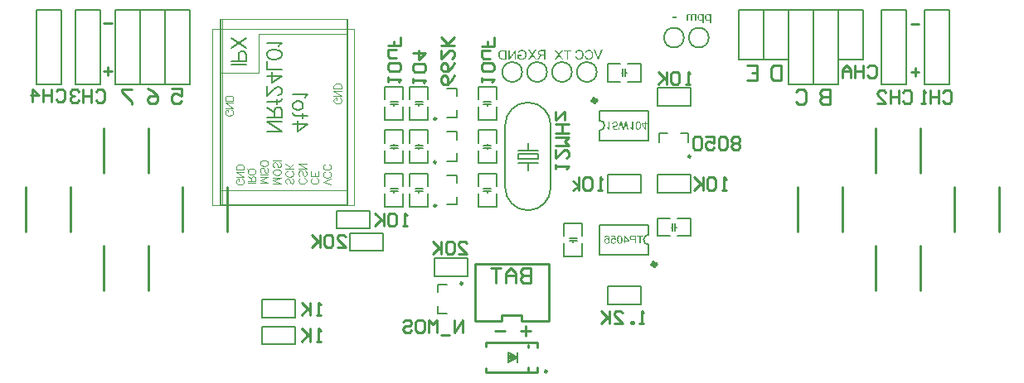
<source format=gbo>
G04*
G04 #@! TF.GenerationSoftware,Altium Limited,Altium Designer,21.9.1 (22)*
G04*
G04 Layer_Color=32896*
%FSLAX25Y25*%
%MOIN*%
G70*
G04*
G04 #@! TF.SameCoordinates,41BA0B49-DCAA-4547-B712-30F71D3BADEB*
G04*
G04*
G04 #@! TF.FilePolarity,Positive*
G04*
G01*
G75*
%ADD11C,0.01000*%
%ADD12C,0.00787*%
%ADD13C,0.00600*%
%ADD14C,0.00800*%
%ADD15C,0.00394*%
%ADD43C,0.01968*%
%ADD80C,0.00984*%
G36*
X231687Y57413D02*
X231310Y57366D01*
X231275Y57413D01*
X231234Y57458D01*
X231195Y57496D01*
X231154Y57531D01*
X231122Y57557D01*
X231093Y57576D01*
X231074Y57589D01*
X231071Y57592D01*
X231068D01*
X231007Y57621D01*
X230946Y57643D01*
X230889Y57659D01*
X230835Y57672D01*
X230787Y57678D01*
X230768D01*
X230749Y57681D01*
X230717D01*
X230660Y57678D01*
X230605Y57672D01*
X230554Y57662D01*
X230503Y57649D01*
X230458Y57633D01*
X230417Y57617D01*
X230379Y57598D01*
X230344Y57582D01*
X230315Y57563D01*
X230286Y57544D01*
X230264Y57528D01*
X230245Y57512D01*
X230229Y57499D01*
X230219Y57490D01*
X230213Y57484D01*
X230210Y57480D01*
X230175Y57442D01*
X230146Y57401D01*
X230120Y57356D01*
X230098Y57311D01*
X230079Y57267D01*
X230063Y57222D01*
X230041Y57136D01*
X230031Y57094D01*
X230025Y57056D01*
X230022Y57024D01*
X230018Y56995D01*
X230015Y56970D01*
Y56954D01*
Y56941D01*
Y56938D01*
X230018Y56871D01*
X230025Y56810D01*
X230034Y56750D01*
X230047Y56696D01*
X230063Y56644D01*
X230079Y56597D01*
X230098Y56552D01*
X230114Y56514D01*
X230133Y56479D01*
X230152Y56447D01*
X230168Y56418D01*
X230184Y56399D01*
X230197Y56380D01*
X230206Y56367D01*
X230213Y56361D01*
X230216Y56357D01*
X230254Y56319D01*
X230296Y56287D01*
X230337Y56258D01*
X230379Y56233D01*
X230420Y56211D01*
X230458Y56195D01*
X230538Y56169D01*
X230573Y56160D01*
X230605Y56153D01*
X230634Y56147D01*
X230660Y56144D01*
X230679Y56141D01*
X230707D01*
X230752Y56144D01*
X230793Y56147D01*
X230873Y56166D01*
X230943Y56188D01*
X231004Y56217D01*
X231055Y56246D01*
X231074Y56258D01*
X231090Y56271D01*
X231103Y56281D01*
X231112Y56287D01*
X231119Y56290D01*
X231122Y56294D01*
X231151Y56326D01*
X231179Y56357D01*
X231227Y56434D01*
X231262Y56511D01*
X231291Y56584D01*
X231313Y56654D01*
X231320Y56683D01*
X231326Y56708D01*
X231329Y56731D01*
X231332Y56747D01*
X231336Y56756D01*
Y56759D01*
X231757Y56724D01*
X231747Y56648D01*
X231731Y56577D01*
X231712Y56511D01*
X231690Y56447D01*
X231664Y56386D01*
X231639Y56332D01*
X231610Y56281D01*
X231581Y56236D01*
X231556Y56198D01*
X231527Y56163D01*
X231505Y56131D01*
X231483Y56105D01*
X231463Y56086D01*
X231451Y56073D01*
X231441Y56064D01*
X231438Y56061D01*
X231384Y56016D01*
X231326Y55978D01*
X231265Y55946D01*
X231205Y55917D01*
X231141Y55892D01*
X231081Y55873D01*
X231023Y55857D01*
X230966Y55844D01*
X230911Y55834D01*
X230864Y55825D01*
X230819Y55818D01*
X230781Y55815D01*
X230749D01*
X230726Y55812D01*
X230707D01*
X230608Y55815D01*
X230513Y55828D01*
X230427Y55847D01*
X230344Y55873D01*
X230267Y55904D01*
X230197Y55936D01*
X230133Y55971D01*
X230072Y56010D01*
X230022Y56048D01*
X229977Y56083D01*
X229939Y56115D01*
X229907Y56147D01*
X229881Y56172D01*
X229865Y56191D01*
X229852Y56204D01*
X229849Y56208D01*
X229804Y56268D01*
X229763Y56332D01*
X229728Y56399D01*
X229699Y56463D01*
X229674Y56526D01*
X229651Y56590D01*
X229636Y56654D01*
X229620Y56712D01*
X229610Y56766D01*
X229600Y56817D01*
X229594Y56862D01*
X229591Y56900D01*
Y56932D01*
X229588Y56954D01*
Y56967D01*
Y56973D01*
X229591Y57059D01*
X229600Y57142D01*
X229616Y57219D01*
X229632Y57292D01*
X229658Y57359D01*
X229680Y57423D01*
X229709Y57480D01*
X229734Y57531D01*
X229763Y57579D01*
X229792Y57621D01*
X229814Y57656D01*
X229836Y57684D01*
X229856Y57707D01*
X229872Y57726D01*
X229881Y57736D01*
X229884Y57739D01*
X229942Y57790D01*
X229999Y57838D01*
X230060Y57876D01*
X230120Y57911D01*
X230181Y57940D01*
X230242Y57962D01*
X230302Y57981D01*
X230356Y57997D01*
X230407Y58010D01*
X230455Y58019D01*
X230500Y58026D01*
X230535Y58032D01*
X230567D01*
X230589Y58035D01*
X230608D01*
X230669Y58032D01*
X230730Y58026D01*
X230787Y58016D01*
X230841Y58003D01*
X230946Y57968D01*
X230994Y57952D01*
X231039Y57933D01*
X231081Y57911D01*
X231116Y57895D01*
X231151Y57876D01*
X231176Y57860D01*
X231199Y57847D01*
X231214Y57838D01*
X231224Y57831D01*
X231227Y57828D01*
X231052Y58712D01*
X229741D01*
Y59094D01*
X231371D01*
X231687Y57413D01*
D02*
G37*
G36*
X228158Y59145D02*
X228248Y59133D01*
X228331Y59114D01*
X228411Y59091D01*
X228484Y59062D01*
X228551Y59031D01*
X228611Y58996D01*
X228669Y58960D01*
X228717Y58925D01*
X228761Y58890D01*
X228800Y58858D01*
X228828Y58830D01*
X228854Y58807D01*
X228873Y58788D01*
X228883Y58776D01*
X228886Y58772D01*
X228946Y58686D01*
X229001Y58590D01*
X229048Y58485D01*
X229087Y58377D01*
X229122Y58262D01*
X229147Y58147D01*
X229173Y58032D01*
X229189Y57920D01*
X229205Y57815D01*
X229214Y57716D01*
X229224Y57627D01*
X229227Y57586D01*
Y57551D01*
X229230Y57515D01*
Y57484D01*
X229234Y57458D01*
Y57436D01*
Y57416D01*
Y57404D01*
Y57397D01*
Y57394D01*
X229230Y57241D01*
X229221Y57101D01*
X229205Y56967D01*
X229183Y56849D01*
X229160Y56737D01*
X229135Y56638D01*
X229106Y56549D01*
X229074Y56469D01*
X229045Y56399D01*
X229017Y56341D01*
X228991Y56290D01*
X228966Y56249D01*
X228946Y56217D01*
X228930Y56198D01*
X228921Y56182D01*
X228918Y56179D01*
X228857Y56115D01*
X228793Y56058D01*
X228726Y56010D01*
X228656Y55968D01*
X228589Y55930D01*
X228519Y55901D01*
X228455Y55876D01*
X228391Y55857D01*
X228331Y55844D01*
X228276Y55831D01*
X228225Y55825D01*
X228184Y55818D01*
X228149Y55815D01*
X228123Y55812D01*
X228101D01*
X228047Y55815D01*
X227993Y55818D01*
X227894Y55834D01*
X227804Y55857D01*
X227763Y55869D01*
X227728Y55882D01*
X227693Y55895D01*
X227664Y55908D01*
X227639Y55920D01*
X227616Y55930D01*
X227597Y55940D01*
X227584Y55946D01*
X227578Y55952D01*
X227575D01*
X227492Y56010D01*
X227418Y56073D01*
X227358Y56141D01*
X227304Y56208D01*
X227262Y56265D01*
X227246Y56290D01*
X227233Y56313D01*
X227221Y56329D01*
X227214Y56341D01*
X227208Y56351D01*
Y56354D01*
X227163Y56456D01*
X227131Y56555D01*
X227106Y56651D01*
X227090Y56740D01*
X227083Y56782D01*
X227080Y56817D01*
X227077Y56849D01*
Y56877D01*
X227074Y56900D01*
Y56916D01*
Y56925D01*
Y56928D01*
X227077Y57015D01*
X227087Y57094D01*
X227099Y57171D01*
X227119Y57244D01*
X227141Y57311D01*
X227163Y57375D01*
X227189Y57433D01*
X227214Y57484D01*
X227243Y57531D01*
X227269Y57573D01*
X227291Y57608D01*
X227313Y57637D01*
X227332Y57659D01*
X227345Y57678D01*
X227355Y57688D01*
X227358Y57691D01*
X227412Y57742D01*
X227466Y57790D01*
X227524Y57828D01*
X227584Y57863D01*
X227642Y57892D01*
X227696Y57914D01*
X227753Y57933D01*
X227804Y57949D01*
X227852Y57962D01*
X227897Y57972D01*
X227938Y57978D01*
X227974Y57984D01*
X228002D01*
X228021Y57987D01*
X228041D01*
X228127Y57984D01*
X228206Y57972D01*
X228280Y57952D01*
X228347Y57933D01*
X228375Y57924D01*
X228401Y57914D01*
X228423Y57905D01*
X228446Y57895D01*
X228458Y57889D01*
X228471Y57882D01*
X228478Y57879D01*
X228481D01*
X228557Y57834D01*
X228624Y57783D01*
X228685Y57729D01*
X228736Y57675D01*
X228777Y57627D01*
X228797Y57605D01*
X228809Y57586D01*
X228819Y57573D01*
X228828Y57560D01*
X228832Y57554D01*
X228835Y57551D01*
X228832Y57640D01*
X228828Y57723D01*
X228822Y57802D01*
X228816Y57876D01*
X228806Y57943D01*
X228797Y58007D01*
X228787Y58061D01*
X228777Y58112D01*
X228768Y58157D01*
X228758Y58198D01*
X228749Y58230D01*
X228739Y58259D01*
X228733Y58278D01*
X228726Y58294D01*
X228723Y58303D01*
Y58306D01*
X228678Y58402D01*
X228631Y58482D01*
X228580Y58552D01*
X228532Y58610D01*
X228487Y58654D01*
X228455Y58686D01*
X228442Y58699D01*
X228433Y58705D01*
X228427Y58712D01*
X228423D01*
X228366Y58747D01*
X228308Y58776D01*
X228251Y58795D01*
X228200Y58807D01*
X228152Y58814D01*
X228117Y58820D01*
X228085D01*
X228041Y58817D01*
X227999Y58814D01*
X227922Y58795D01*
X227852Y58766D01*
X227795Y58734D01*
X227747Y58702D01*
X227728Y58689D01*
X227712Y58673D01*
X227699Y58664D01*
X227690Y58654D01*
X227686Y58651D01*
X227683Y58648D01*
X227648Y58603D01*
X227616Y58549D01*
X227591Y58491D01*
X227568Y58434D01*
X227552Y58383D01*
X227546Y58361D01*
X227540Y58342D01*
X227536Y58326D01*
X227533Y58313D01*
X227530Y58306D01*
Y58303D01*
X227131Y58335D01*
X227144Y58405D01*
X227160Y58469D01*
X227176Y58530D01*
X227198Y58587D01*
X227224Y58641D01*
X227246Y58689D01*
X227272Y58737D01*
X227297Y58776D01*
X227323Y58811D01*
X227348Y58842D01*
X227371Y58871D01*
X227390Y58894D01*
X227406Y58909D01*
X227418Y58922D01*
X227425Y58929D01*
X227428Y58932D01*
X227476Y58970D01*
X227527Y59002D01*
X227578Y59034D01*
X227632Y59056D01*
X227683Y59079D01*
X227737Y59094D01*
X227836Y59123D01*
X227884Y59130D01*
X227926Y59136D01*
X227964Y59142D01*
X227999Y59145D01*
X228025Y59149D01*
X228063D01*
X228158Y59145D01*
D02*
G37*
G36*
X242756Y58750D02*
X241678D01*
Y55866D01*
X241244D01*
Y58750D01*
X240162D01*
Y59136D01*
X242756D01*
Y58750D01*
D02*
G37*
G36*
X239719Y55866D02*
X239285D01*
Y57196D01*
X238446D01*
X238322Y57200D01*
X238207Y57209D01*
X238102Y57222D01*
X238006Y57241D01*
X237917Y57263D01*
X237840Y57289D01*
X237770Y57314D01*
X237709Y57340D01*
X237655Y57366D01*
X237611Y57394D01*
X237572Y57416D01*
X237540Y57439D01*
X237518Y57458D01*
X237502Y57471D01*
X237492Y57480D01*
X237489Y57484D01*
X237441Y57541D01*
X237400Y57598D01*
X237365Y57656D01*
X237333Y57716D01*
X237307Y57777D01*
X237285Y57834D01*
X237269Y57892D01*
X237253Y57946D01*
X237244Y57997D01*
X237234Y58042D01*
X237231Y58083D01*
X237225Y58118D01*
Y58147D01*
X237221Y58169D01*
Y58185D01*
Y58188D01*
X237225Y58278D01*
X237237Y58361D01*
X237253Y58437D01*
X237272Y58504D01*
X237282Y58533D01*
X237292Y58558D01*
X237301Y58581D01*
X237307Y58600D01*
X237314Y58616D01*
X237320Y58626D01*
X237323Y58632D01*
Y58635D01*
X237362Y58709D01*
X237406Y58772D01*
X237451Y58823D01*
X237492Y58871D01*
X237527Y58906D01*
X237559Y58932D01*
X237579Y58944D01*
X237582Y58951D01*
X237585D01*
X237649Y58989D01*
X237716Y59021D01*
X237786Y59050D01*
X237850Y59069D01*
X237904Y59085D01*
X237930Y59091D01*
X237949Y59094D01*
X237968Y59101D01*
X237981D01*
X237987Y59104D01*
X237990D01*
X238022Y59110D01*
X238060Y59114D01*
X238140Y59123D01*
X238223Y59130D01*
X238303Y59133D01*
X238341D01*
X238376Y59136D01*
X239719D01*
Y55866D01*
D02*
G37*
G36*
X236966Y57015D02*
Y56648D01*
X235546D01*
Y55866D01*
X235145D01*
Y56648D01*
X234704D01*
Y57015D01*
X235145D01*
Y59136D01*
X235473D01*
X236966Y57015D01*
D02*
G37*
G36*
X233298Y59145D02*
X233358Y59139D01*
X233419Y59130D01*
X233473Y59120D01*
X233527Y59104D01*
X233575Y59088D01*
X233620Y59072D01*
X233661Y59053D01*
X233696Y59034D01*
X233731Y59018D01*
X233757Y59002D01*
X233783Y58986D01*
X233798Y58976D01*
X233814Y58967D01*
X233821Y58960D01*
X233824Y58957D01*
X233865Y58919D01*
X233907Y58877D01*
X233980Y58791D01*
X234041Y58702D01*
X234089Y58613D01*
X234111Y58571D01*
X234127Y58533D01*
X234143Y58501D01*
X234156Y58469D01*
X234165Y58447D01*
X234172Y58428D01*
X234178Y58415D01*
Y58412D01*
X234197Y58342D01*
X234216Y58271D01*
X234245Y58115D01*
X234267Y57962D01*
X234274Y57885D01*
X234280Y57812D01*
X234286Y57742D01*
X234290Y57678D01*
X234293Y57624D01*
Y57573D01*
X234296Y57534D01*
Y57503D01*
Y57484D01*
Y57480D01*
Y57477D01*
X234293Y57311D01*
X234283Y57155D01*
X234267Y57015D01*
X234245Y56881D01*
X234223Y56763D01*
X234194Y56654D01*
X234165Y56555D01*
X234133Y56469D01*
X234105Y56393D01*
X234076Y56326D01*
X234047Y56271D01*
X234025Y56227D01*
X234003Y56191D01*
X233987Y56166D01*
X233977Y56153D01*
X233974Y56147D01*
X233923Y56090D01*
X233865Y56035D01*
X233805Y55991D01*
X233744Y55952D01*
X233684Y55920D01*
X233620Y55895D01*
X233559Y55873D01*
X233502Y55853D01*
X233448Y55841D01*
X233397Y55831D01*
X233349Y55822D01*
X233310Y55818D01*
X233275Y55815D01*
X233253Y55812D01*
X233231D01*
X233164Y55815D01*
X233103Y55822D01*
X233042Y55831D01*
X232988Y55841D01*
X232934Y55857D01*
X232886Y55873D01*
X232841Y55888D01*
X232800Y55908D01*
X232765Y55927D01*
X232733Y55943D01*
X232704Y55959D01*
X232682Y55975D01*
X232663Y55984D01*
X232650Y55994D01*
X232644Y56000D01*
X232640Y56003D01*
X232599Y56042D01*
X232558Y56083D01*
X232484Y56169D01*
X232423Y56262D01*
X232376Y56348D01*
X232353Y56389D01*
X232337Y56428D01*
X232321Y56459D01*
X232309Y56491D01*
X232299Y56514D01*
X232293Y56533D01*
X232286Y56546D01*
Y56549D01*
X232264Y56619D01*
X232245Y56689D01*
X232216Y56842D01*
X232194Y56999D01*
X232188Y57072D01*
X232181Y57145D01*
X232175Y57215D01*
X232172Y57276D01*
X232168Y57334D01*
Y57381D01*
X232165Y57423D01*
Y57452D01*
Y57471D01*
Y57477D01*
Y57566D01*
X232168Y57649D01*
X232172Y57729D01*
X232178Y57802D01*
X232184Y57873D01*
X232191Y57933D01*
X232197Y57994D01*
X232203Y58045D01*
X232210Y58093D01*
X232216Y58134D01*
X232223Y58169D01*
X232229Y58198D01*
X232235Y58220D01*
X232239Y58236D01*
X232242Y58246D01*
Y58249D01*
X232270Y58351D01*
X232306Y58447D01*
X232337Y58530D01*
X232353Y58565D01*
X232369Y58600D01*
X232385Y58629D01*
X232398Y58657D01*
X232411Y58680D01*
X232420Y58699D01*
X232430Y58715D01*
X232436Y58724D01*
X232443Y58731D01*
Y58734D01*
X232494Y58804D01*
X232548Y58868D01*
X232602Y58919D01*
X232653Y58964D01*
X232701Y58996D01*
X232736Y59021D01*
X232752Y59031D01*
X232762Y59034D01*
X232768Y59040D01*
X232771D01*
X232848Y59075D01*
X232927Y59104D01*
X233004Y59123D01*
X233074Y59136D01*
X233106Y59139D01*
X233138Y59142D01*
X233164Y59145D01*
X233186Y59149D01*
X233231D01*
X233298Y59145D01*
D02*
G37*
G36*
X231378Y105051D02*
X231474Y105038D01*
X231560Y105019D01*
X231643Y104994D01*
X231719Y104962D01*
X231790Y104930D01*
X231854Y104895D01*
X231914Y104856D01*
X231965Y104818D01*
X232010Y104783D01*
X232048Y104751D01*
X232080Y104719D01*
X232105Y104694D01*
X232121Y104675D01*
X232134Y104662D01*
X232137Y104659D01*
X232182Y104598D01*
X232224Y104534D01*
X232259Y104467D01*
X232287Y104403D01*
X232313Y104340D01*
X232335Y104276D01*
X232351Y104212D01*
X232367Y104155D01*
X232377Y104100D01*
X232386Y104049D01*
X232393Y104005D01*
X232396Y103966D01*
Y103935D01*
X232399Y103912D01*
Y103900D01*
Y103893D01*
X232396Y103807D01*
X232386Y103724D01*
X232370Y103647D01*
X232354Y103574D01*
X232329Y103507D01*
X232307Y103443D01*
X232278Y103386D01*
X232252Y103335D01*
X232224Y103287D01*
X232195Y103245D01*
X232172Y103210D01*
X232150Y103182D01*
X232131Y103159D01*
X232115Y103140D01*
X232105Y103131D01*
X232102Y103128D01*
X232045Y103076D01*
X231988Y103029D01*
X231927Y102990D01*
X231866Y102955D01*
X231806Y102927D01*
X231745Y102904D01*
X231684Y102885D01*
X231630Y102869D01*
X231579Y102856D01*
X231531Y102847D01*
X231487Y102840D01*
X231452Y102834D01*
X231420D01*
X231397Y102831D01*
X231378D01*
X231318Y102834D01*
X231257Y102840D01*
X231200Y102850D01*
X231145Y102863D01*
X231040Y102898D01*
X230992Y102914D01*
X230948Y102933D01*
X230906Y102955D01*
X230871Y102971D01*
X230836Y102990D01*
X230810Y103006D01*
X230788Y103019D01*
X230772Y103029D01*
X230763Y103035D01*
X230759Y103038D01*
X230935Y102155D01*
X232246D01*
Y101772D01*
X230616D01*
X230300Y103453D01*
X230676Y103501D01*
X230712Y103453D01*
X230753Y103408D01*
X230791Y103370D01*
X230833Y103335D01*
X230865Y103309D01*
X230893Y103290D01*
X230912Y103277D01*
X230916Y103274D01*
X230919D01*
X230979Y103245D01*
X231040Y103223D01*
X231098Y103207D01*
X231152Y103194D01*
X231200Y103188D01*
X231219D01*
X231238Y103185D01*
X231270D01*
X231327Y103188D01*
X231381Y103194D01*
X231432Y103204D01*
X231484Y103217D01*
X231528Y103233D01*
X231570Y103249D01*
X231608Y103268D01*
X231643Y103284D01*
X231672Y103303D01*
X231700Y103322D01*
X231723Y103338D01*
X231742Y103354D01*
X231758Y103367D01*
X231767Y103376D01*
X231774Y103383D01*
X231777Y103386D01*
X231812Y103424D01*
X231841Y103466D01*
X231866Y103510D01*
X231889Y103555D01*
X231908Y103600D01*
X231924Y103644D01*
X231946Y103730D01*
X231956Y103772D01*
X231962Y103810D01*
X231965Y103842D01*
X231968Y103871D01*
X231972Y103896D01*
Y103912D01*
Y103925D01*
Y103928D01*
X231968Y103995D01*
X231962Y104056D01*
X231952Y104116D01*
X231940Y104171D01*
X231924Y104222D01*
X231908Y104270D01*
X231889Y104314D01*
X231873Y104352D01*
X231854Y104387D01*
X231834Y104419D01*
X231818Y104448D01*
X231803Y104467D01*
X231790Y104486D01*
X231780Y104499D01*
X231774Y104506D01*
X231771Y104509D01*
X231732Y104547D01*
X231691Y104579D01*
X231649Y104608D01*
X231608Y104633D01*
X231566Y104656D01*
X231528Y104671D01*
X231448Y104697D01*
X231413Y104707D01*
X231381Y104713D01*
X231353Y104719D01*
X231327Y104722D01*
X231308Y104726D01*
X231279D01*
X231235Y104722D01*
X231193Y104719D01*
X231113Y104700D01*
X231043Y104678D01*
X230983Y104649D01*
X230932Y104620D01*
X230912Y104608D01*
X230896Y104595D01*
X230884Y104585D01*
X230874Y104579D01*
X230868Y104576D01*
X230865Y104572D01*
X230836Y104541D01*
X230807Y104509D01*
X230759Y104432D01*
X230724Y104356D01*
X230696Y104282D01*
X230673Y104212D01*
X230667Y104183D01*
X230661Y104158D01*
X230657Y104136D01*
X230654Y104120D01*
X230651Y104110D01*
Y104107D01*
X230230Y104142D01*
X230239Y104218D01*
X230255Y104289D01*
X230275Y104356D01*
X230297Y104419D01*
X230322Y104480D01*
X230348Y104534D01*
X230377Y104585D01*
X230405Y104630D01*
X230431Y104668D01*
X230459Y104703D01*
X230482Y104735D01*
X230504Y104761D01*
X230523Y104780D01*
X230536Y104793D01*
X230546Y104802D01*
X230549Y104805D01*
X230603Y104850D01*
X230661Y104888D01*
X230721Y104920D01*
X230782Y104949D01*
X230845Y104974D01*
X230906Y104994D01*
X230963Y105010D01*
X231021Y105022D01*
X231075Y105032D01*
X231123Y105042D01*
X231168Y105048D01*
X231206Y105051D01*
X231238D01*
X231260Y105054D01*
X231279D01*
X231378Y105051D01*
D02*
G37*
G36*
X238594Y101717D02*
X238332D01*
X238313Y101759D01*
X238288Y101797D01*
X238233Y101877D01*
X238176Y101950D01*
X238119Y102017D01*
X238090Y102046D01*
X238064Y102075D01*
X238039Y102097D01*
X238020Y102119D01*
X238004Y102135D01*
X237988Y102148D01*
X237982Y102155D01*
X237978Y102158D01*
X237879Y102237D01*
X237780Y102311D01*
X237682Y102378D01*
X237589Y102432D01*
X237548Y102458D01*
X237509Y102477D01*
X237477Y102496D01*
X237449Y102512D01*
X237423Y102525D01*
X237407Y102534D01*
X237394Y102537D01*
X237391Y102541D01*
Y102927D01*
X237461Y102898D01*
X237535Y102866D01*
X237605Y102831D01*
X237669Y102799D01*
X237726Y102770D01*
X237749Y102757D01*
X237771Y102745D01*
X237787Y102735D01*
X237800Y102729D01*
X237806Y102722D01*
X237809D01*
X237892Y102671D01*
X237969Y102620D01*
X238036Y102572D01*
X238090Y102531D01*
X238135Y102496D01*
X238166Y102467D01*
X238176Y102458D01*
X238186Y102451D01*
X238189Y102445D01*
X238192D01*
Y105000D01*
X238594D01*
Y101717D01*
D02*
G37*
G36*
X229203D02*
X228941D01*
X228922Y101759D01*
X228896Y101797D01*
X228842Y101877D01*
X228785Y101950D01*
X228727Y102017D01*
X228699Y102046D01*
X228673Y102075D01*
X228648Y102097D01*
X228628Y102119D01*
X228612Y102135D01*
X228596Y102148D01*
X228590Y102155D01*
X228587Y102158D01*
X228488Y102237D01*
X228389Y102311D01*
X228290Y102378D01*
X228198Y102432D01*
X228156Y102458D01*
X228118Y102477D01*
X228086Y102496D01*
X228057Y102512D01*
X228032Y102525D01*
X228016Y102534D01*
X228003Y102537D01*
X228000Y102541D01*
Y102927D01*
X228070Y102898D01*
X228144Y102866D01*
X228214Y102831D01*
X228277Y102799D01*
X228335Y102770D01*
X228357Y102757D01*
X228380Y102745D01*
X228396Y102735D01*
X228408Y102729D01*
X228415Y102722D01*
X228418D01*
X228501Y102671D01*
X228577Y102620D01*
X228644Y102572D01*
X228699Y102531D01*
X228743Y102496D01*
X228775Y102467D01*
X228785Y102458D01*
X228794Y102451D01*
X228798Y102445D01*
X228801D01*
Y105000D01*
X229203D01*
Y101717D01*
D02*
G37*
G36*
X236843Y101730D02*
X236406D01*
X235895Y103832D01*
X235860Y103979D01*
X235841Y104046D01*
X235825Y104113D01*
X235812Y104177D01*
X235800Y104234D01*
X235787Y104289D01*
X235774Y104340D01*
X235765Y104384D01*
X235755Y104426D01*
X235749Y104461D01*
X235742Y104490D01*
X235736Y104512D01*
X235733Y104531D01*
X235729Y104541D01*
Y104544D01*
X235694Y104340D01*
X235656Y104136D01*
X235634Y104033D01*
X235614Y103938D01*
X235592Y103848D01*
X235573Y103762D01*
X235551Y103682D01*
X235535Y103609D01*
X235519Y103545D01*
X235503Y103491D01*
X235490Y103446D01*
X235480Y103415D01*
X235477Y103402D01*
Y103392D01*
X235474Y103389D01*
Y103386D01*
X235005Y101730D01*
X234485D01*
X233863Y103941D01*
X233857Y103960D01*
X233851Y103989D01*
X233841Y104027D01*
X233831Y104069D01*
X233819Y104116D01*
X233806Y104167D01*
X233780Y104273D01*
X233768Y104324D01*
X233755Y104375D01*
X233745Y104419D01*
X233732Y104461D01*
X233726Y104496D01*
X233720Y104522D01*
X233713Y104537D01*
Y104544D01*
X233691Y104419D01*
X233669Y104298D01*
X233646Y104187D01*
X233633Y104132D01*
X233624Y104085D01*
X233614Y104040D01*
X233605Y103998D01*
X233595Y103963D01*
X233589Y103931D01*
X233582Y103906D01*
X233579Y103890D01*
X233576Y103877D01*
Y103874D01*
X233079Y101730D01*
X232635D01*
X233500Y105000D01*
X233946D01*
X234635Y102509D01*
X234651Y102448D01*
X234670Y102384D01*
X234686Y102317D01*
X234702Y102260D01*
X234715Y102206D01*
X234721Y102183D01*
X234724Y102164D01*
X234728Y102148D01*
X234731Y102135D01*
X234734Y102129D01*
Y102126D01*
X234737Y102142D01*
X234744Y102161D01*
X234750Y102186D01*
X234756Y102215D01*
X234776Y102279D01*
X234791Y102343D01*
X234811Y102407D01*
X234817Y102435D01*
X234827Y102458D01*
X234830Y102480D01*
X234836Y102496D01*
X234839Y102505D01*
Y102509D01*
X235525Y105000D01*
X235946D01*
X236843Y101730D01*
D02*
G37*
G36*
X243851Y104218D02*
X244291D01*
Y103852D01*
X243851D01*
Y101730D01*
X243523D01*
X242030Y103852D01*
Y104218D01*
X243449D01*
Y105000D01*
X243851D01*
Y104218D01*
D02*
G37*
G36*
X240754Y105051D02*
X240814Y105045D01*
X240875Y105035D01*
X240929Y105025D01*
X240983Y105010D01*
X241031Y104994D01*
X241076Y104978D01*
X241117Y104958D01*
X241152Y104939D01*
X241184Y104923D01*
X241213Y104908D01*
X241235Y104892D01*
X241254Y104882D01*
X241267Y104872D01*
X241274Y104866D01*
X241277Y104863D01*
X241318Y104824D01*
X241360Y104783D01*
X241433Y104697D01*
X241494Y104604D01*
X241542Y104518D01*
X241564Y104477D01*
X241580Y104439D01*
X241596Y104407D01*
X241609Y104375D01*
X241618Y104352D01*
X241624Y104333D01*
X241631Y104321D01*
Y104317D01*
X241653Y104247D01*
X241672Y104177D01*
X241701Y104024D01*
X241723Y103868D01*
X241730Y103794D01*
X241736Y103721D01*
X241742Y103651D01*
X241746Y103590D01*
X241749Y103533D01*
Y103485D01*
X241752Y103443D01*
Y103415D01*
Y103395D01*
Y103389D01*
Y103300D01*
X241749Y103217D01*
X241746Y103137D01*
X241739Y103064D01*
X241733Y102994D01*
X241727Y102933D01*
X241720Y102872D01*
X241714Y102821D01*
X241707Y102773D01*
X241701Y102732D01*
X241695Y102697D01*
X241688Y102668D01*
X241682Y102646D01*
X241679Y102630D01*
X241675Y102620D01*
Y102617D01*
X241647Y102515D01*
X241612Y102419D01*
X241580Y102336D01*
X241564Y102301D01*
X241548Y102266D01*
X241532Y102237D01*
X241519Y102209D01*
X241507Y102186D01*
X241497Y102167D01*
X241487Y102151D01*
X241481Y102142D01*
X241475Y102135D01*
Y102132D01*
X241424Y102062D01*
X241369Y101998D01*
X241315Y101947D01*
X241264Y101902D01*
X241216Y101871D01*
X241181Y101845D01*
X241165Y101836D01*
X241156Y101832D01*
X241149Y101826D01*
X241146D01*
X241069Y101791D01*
X240990Y101762D01*
X240913Y101743D01*
X240843Y101730D01*
X240811Y101727D01*
X240779Y101724D01*
X240754Y101721D01*
X240731Y101717D01*
X240687D01*
X240620Y101721D01*
X240559Y101727D01*
X240498Y101737D01*
X240444Y101746D01*
X240390Y101762D01*
X240342Y101778D01*
X240297Y101794D01*
X240256Y101813D01*
X240221Y101832D01*
X240186Y101848D01*
X240160Y101864D01*
X240135Y101880D01*
X240119Y101890D01*
X240103Y101899D01*
X240096Y101906D01*
X240093Y101909D01*
X240052Y101947D01*
X240010Y101989D01*
X239937Y102075D01*
X239876Y102164D01*
X239828Y102253D01*
X239806Y102295D01*
X239790Y102333D01*
X239774Y102365D01*
X239761Y102397D01*
X239752Y102419D01*
X239746Y102438D01*
X239739Y102451D01*
Y102454D01*
X239720Y102525D01*
X239701Y102595D01*
X239672Y102751D01*
X239650Y102904D01*
X239644Y102981D01*
X239637Y103054D01*
X239631Y103124D01*
X239628Y103188D01*
X239624Y103242D01*
Y103293D01*
X239621Y103332D01*
Y103364D01*
Y103383D01*
Y103386D01*
Y103389D01*
X239624Y103555D01*
X239634Y103711D01*
X239650Y103852D01*
X239672Y103986D01*
X239694Y104104D01*
X239723Y104212D01*
X239752Y104311D01*
X239784Y104397D01*
X239813Y104474D01*
X239841Y104541D01*
X239870Y104595D01*
X239892Y104639D01*
X239915Y104675D01*
X239931Y104700D01*
X239940Y104713D01*
X239943Y104719D01*
X239994Y104777D01*
X240052Y104831D01*
X240112Y104876D01*
X240173Y104914D01*
X240234Y104946D01*
X240297Y104971D01*
X240358Y104994D01*
X240416Y105013D01*
X240470Y105025D01*
X240521Y105035D01*
X240569Y105045D01*
X240607Y105048D01*
X240642Y105051D01*
X240664Y105054D01*
X240687D01*
X240754Y105051D01*
D02*
G37*
G36*
X256000Y146785D02*
X254549D01*
Y147261D01*
X256000D01*
Y146785D01*
D02*
G37*
G36*
X262785Y148476D02*
X262879Y148461D01*
X262961Y148439D01*
X263036Y148416D01*
X263096Y148394D01*
X263119Y148382D01*
X263141Y148371D01*
X263156Y148364D01*
X263168Y148356D01*
X263175Y148352D01*
X263179D01*
X263258Y148304D01*
X263325Y148251D01*
X263385Y148195D01*
X263434Y148143D01*
X263475Y148098D01*
X263505Y148060D01*
X263512Y148045D01*
X263520Y148034D01*
X263527Y148030D01*
Y148416D01*
X263951D01*
Y145630D01*
X263479D01*
Y147074D01*
Y147145D01*
X263475Y147209D01*
X263471Y147269D01*
X263468Y147325D01*
X263460Y147377D01*
X263456Y147426D01*
X263449Y147471D01*
X263441Y147509D01*
X263434Y147546D01*
X263426Y147576D01*
X263422Y147599D01*
X263415Y147621D01*
X263411Y147636D01*
X263407Y147651D01*
X263404Y147655D01*
Y147659D01*
X263370Y147730D01*
X263333Y147794D01*
X263295Y147846D01*
X263254Y147887D01*
X263216Y147921D01*
X263186Y147948D01*
X263168Y147962D01*
X263160Y147966D01*
X263096Y148000D01*
X263029Y148026D01*
X262965Y148045D01*
X262909Y148060D01*
X262860Y148067D01*
X262823Y148071D01*
X262789D01*
X262699Y148064D01*
X262620Y148045D01*
X262556Y148022D01*
X262504Y147993D01*
X262462Y147962D01*
X262436Y147940D01*
X262418Y147921D01*
X262414Y147914D01*
X262376Y147850D01*
X262346Y147775D01*
X262328Y147696D01*
X262313Y147617D01*
X262305Y147550D01*
X262301Y147520D01*
X262298Y147494D01*
Y147471D01*
Y147456D01*
Y147445D01*
Y147441D01*
Y145630D01*
X261825D01*
Y147246D01*
X261821Y147325D01*
X261818Y147396D01*
X261806Y147464D01*
X261795Y147527D01*
X261780Y147584D01*
X261765Y147632D01*
X261746Y147681D01*
X261727Y147722D01*
X261713Y147756D01*
X261694Y147790D01*
X261679Y147812D01*
X261664Y147835D01*
X261652Y147850D01*
X261641Y147865D01*
X261637Y147869D01*
X261634Y147872D01*
X261596Y147906D01*
X261555Y147940D01*
X261518Y147966D01*
X261476Y147989D01*
X261394Y148022D01*
X261315Y148045D01*
X261247Y148060D01*
X261217Y148064D01*
X261191Y148067D01*
X261173Y148071D01*
X261142D01*
X261083Y148067D01*
X261030Y148060D01*
X260981Y148045D01*
X260940Y148034D01*
X260906Y148019D01*
X260884Y148004D01*
X260865Y147996D01*
X260861Y147993D01*
X260820Y147962D01*
X260786Y147929D01*
X260756Y147895D01*
X260734Y147865D01*
X260715Y147835D01*
X260704Y147812D01*
X260700Y147798D01*
X260696Y147790D01*
X260681Y147737D01*
X260666Y147674D01*
X260659Y147606D01*
X260655Y147543D01*
X260651Y147482D01*
X260648Y147452D01*
Y147430D01*
Y147411D01*
Y147396D01*
Y147389D01*
Y147385D01*
Y145630D01*
X260175D01*
Y147543D01*
X260179Y147629D01*
X260186Y147711D01*
X260197Y147786D01*
X260209Y147854D01*
X260227Y147917D01*
X260246Y147974D01*
X260265Y148026D01*
X260287Y148075D01*
X260310Y148116D01*
X260329Y148150D01*
X260348Y148180D01*
X260366Y148206D01*
X260378Y148225D01*
X260389Y148236D01*
X260396Y148244D01*
X260400Y148248D01*
X260445Y148289D01*
X260490Y148322D01*
X260542Y148356D01*
X260591Y148382D01*
X260648Y148405D01*
X260700Y148424D01*
X260801Y148450D01*
X260850Y148461D01*
X260895Y148469D01*
X260932Y148472D01*
X260970Y148476D01*
X260996Y148480D01*
X261037D01*
X261135Y148476D01*
X261225Y148457D01*
X261315Y148435D01*
X261394Y148405D01*
X261473Y148368D01*
X261544Y148326D01*
X261608Y148281D01*
X261667Y148236D01*
X261720Y148191D01*
X261765Y148146D01*
X261806Y148105D01*
X261840Y148067D01*
X261866Y148037D01*
X261885Y148015D01*
X261896Y147996D01*
X261900Y147993D01*
X261934Y148075D01*
X261975Y148146D01*
X262024Y148206D01*
X262069Y148255D01*
X262110Y148296D01*
X262144Y148326D01*
X262170Y148341D01*
X262174Y148349D01*
X262177D01*
X262256Y148394D01*
X262339Y148424D01*
X262425Y148446D01*
X262504Y148465D01*
X262575Y148472D01*
X262605Y148476D01*
X262631D01*
X262654Y148480D01*
X262684D01*
X262785Y148476D01*
D02*
G37*
G36*
X268781D02*
X268871Y148465D01*
X268950Y148446D01*
X269018Y148427D01*
X269074Y148405D01*
X269096Y148398D01*
X269115Y148390D01*
X269130Y148382D01*
X269141Y148375D01*
X269145Y148371D01*
X269149D01*
X269220Y148326D01*
X269284Y148277D01*
X269340Y148225D01*
X269392Y148172D01*
X269434Y148127D01*
X269464Y148086D01*
X269475Y148071D01*
X269482Y148064D01*
X269490Y148056D01*
Y148416D01*
X269921D01*
Y144561D01*
X269449D01*
Y145915D01*
X269400Y145859D01*
X269351Y145810D01*
X269299Y145769D01*
X269250Y145731D01*
X269205Y145701D01*
X269171Y145682D01*
X269149Y145668D01*
X269145Y145664D01*
X269141D01*
X269070Y145630D01*
X268995Y145607D01*
X268924Y145589D01*
X268860Y145577D01*
X268804Y145570D01*
X268777D01*
X268759Y145566D01*
X268718D01*
X268657Y145570D01*
X268598Y145574D01*
X268485Y145596D01*
X268380Y145623D01*
X268335Y145641D01*
X268290Y145656D01*
X268249Y145675D01*
X268211Y145690D01*
X268181Y145705D01*
X268151Y145720D01*
X268132Y145731D01*
X268114Y145739D01*
X268106Y145742D01*
X268103Y145746D01*
X267998Y145821D01*
X267908Y145907D01*
X267832Y145994D01*
X267769Y146076D01*
X267720Y146155D01*
X267701Y146185D01*
X267686Y146215D01*
X267671Y146237D01*
X267664Y146256D01*
X267656Y146267D01*
Y146271D01*
X267604Y146402D01*
X267566Y146537D01*
X267540Y146669D01*
X267529Y146729D01*
X267521Y146789D01*
X267514Y146841D01*
X267510Y146890D01*
X267506Y146935D01*
Y146973D01*
X267502Y147002D01*
Y147025D01*
Y147040D01*
Y147044D01*
X267510Y147190D01*
X267525Y147325D01*
X267536Y147389D01*
X267547Y147449D01*
X267559Y147505D01*
X267574Y147557D01*
X267589Y147606D01*
X267600Y147648D01*
X267611Y147685D01*
X267622Y147715D01*
X267630Y147741D01*
X267637Y147760D01*
X267645Y147771D01*
Y147775D01*
X267701Y147895D01*
X267735Y147948D01*
X267769Y148000D01*
X267803Y148045D01*
X267836Y148090D01*
X267870Y148127D01*
X267904Y148161D01*
X267934Y148195D01*
X267964Y148221D01*
X267990Y148244D01*
X268012Y148262D01*
X268031Y148277D01*
X268046Y148289D01*
X268054Y148293D01*
X268057Y148296D01*
X268110Y148330D01*
X268162Y148356D01*
X268215Y148382D01*
X268267Y148401D01*
X268373Y148435D01*
X268470Y148457D01*
X268515Y148465D01*
X268556Y148469D01*
X268594Y148476D01*
X268624D01*
X268650Y148480D01*
X268684D01*
X268781Y148476D01*
D02*
G37*
G36*
X265796D02*
X265886Y148465D01*
X265965Y148446D01*
X266033Y148427D01*
X266089Y148405D01*
X266111Y148398D01*
X266130Y148390D01*
X266145Y148382D01*
X266156Y148375D01*
X266160Y148371D01*
X266164D01*
X266235Y148326D01*
X266299Y148277D01*
X266355Y148225D01*
X266407Y148172D01*
X266449Y148127D01*
X266479Y148086D01*
X266490Y148071D01*
X266497Y148064D01*
X266505Y148056D01*
Y148416D01*
X266936D01*
Y144561D01*
X266464D01*
Y145915D01*
X266415Y145859D01*
X266366Y145810D01*
X266314Y145769D01*
X266265Y145731D01*
X266220Y145701D01*
X266186Y145682D01*
X266164Y145668D01*
X266160Y145664D01*
X266156D01*
X266085Y145630D01*
X266010Y145607D01*
X265939Y145589D01*
X265875Y145577D01*
X265819Y145570D01*
X265792D01*
X265774Y145566D01*
X265733D01*
X265672Y145570D01*
X265613Y145574D01*
X265500Y145596D01*
X265395Y145623D01*
X265350Y145641D01*
X265305Y145656D01*
X265264Y145675D01*
X265226Y145690D01*
X265196Y145705D01*
X265166Y145720D01*
X265147Y145731D01*
X265129Y145739D01*
X265121Y145742D01*
X265118Y145746D01*
X265013Y145821D01*
X264922Y145907D01*
X264847Y145994D01*
X264784Y146076D01*
X264735Y146155D01*
X264716Y146185D01*
X264701Y146215D01*
X264686Y146237D01*
X264679Y146256D01*
X264671Y146267D01*
Y146271D01*
X264619Y146402D01*
X264581Y146537D01*
X264555Y146669D01*
X264544Y146729D01*
X264536Y146789D01*
X264529Y146841D01*
X264525Y146890D01*
X264521Y146935D01*
Y146973D01*
X264517Y147002D01*
Y147025D01*
Y147040D01*
Y147044D01*
X264525Y147190D01*
X264540Y147325D01*
X264551Y147389D01*
X264563Y147449D01*
X264574Y147505D01*
X264589Y147557D01*
X264604Y147606D01*
X264615Y147648D01*
X264626Y147685D01*
X264637Y147715D01*
X264645Y147741D01*
X264652Y147760D01*
X264660Y147771D01*
Y147775D01*
X264716Y147895D01*
X264750Y147948D01*
X264784Y148000D01*
X264818Y148045D01*
X264851Y148090D01*
X264885Y148127D01*
X264919Y148161D01*
X264949Y148195D01*
X264979Y148221D01*
X265005Y148244D01*
X265027Y148262D01*
X265046Y148277D01*
X265061Y148289D01*
X265069Y148293D01*
X265072Y148296D01*
X265125Y148330D01*
X265177Y148356D01*
X265230Y148382D01*
X265283Y148401D01*
X265388Y148435D01*
X265485Y148457D01*
X265530Y148465D01*
X265571Y148469D01*
X265609Y148476D01*
X265639D01*
X265665Y148480D01*
X265699D01*
X265796Y148476D01*
D02*
G37*
G36*
X224895Y130024D02*
X224367D01*
X222863Y133867D01*
X223380D01*
X224423Y131074D01*
X224464Y130957D01*
X224505Y130841D01*
X224539Y130736D01*
X224569Y130642D01*
X224584Y130597D01*
X224595Y130560D01*
X224603Y130526D01*
X224614Y130496D01*
X224622Y130474D01*
X224625Y130459D01*
X224629Y130447D01*
Y130444D01*
X224663Y130556D01*
X224697Y130665D01*
X224730Y130770D01*
X224760Y130867D01*
X224775Y130912D01*
X224790Y130950D01*
X224802Y130987D01*
X224813Y131017D01*
X224820Y131040D01*
X224828Y131059D01*
X224832Y131070D01*
Y131074D01*
X225829Y133867D01*
X226380D01*
X224895Y130024D01*
D02*
G37*
G36*
X220834Y133931D02*
X220928Y133924D01*
X221014Y133912D01*
X221100Y133897D01*
X221183Y133882D01*
X221262Y133860D01*
X221333Y133841D01*
X221397Y133819D01*
X221460Y133796D01*
X221513Y133777D01*
X221562Y133755D01*
X221599Y133740D01*
X221633Y133725D01*
X221655Y133714D01*
X221670Y133706D01*
X221674Y133702D01*
X221753Y133657D01*
X221824Y133605D01*
X221892Y133552D01*
X221955Y133496D01*
X222012Y133440D01*
X222068Y133384D01*
X222117Y133327D01*
X222158Y133275D01*
X222199Y133222D01*
X222233Y133174D01*
X222259Y133132D01*
X222285Y133095D01*
X222304Y133065D01*
X222315Y133039D01*
X222323Y133024D01*
X222327Y133020D01*
X222368Y132934D01*
X222402Y132847D01*
X222432Y132757D01*
X222458Y132667D01*
X222480Y132581D01*
X222499Y132491D01*
X222514Y132409D01*
X222525Y132330D01*
X222537Y132255D01*
X222544Y132187D01*
X222548Y132127D01*
X222552Y132075D01*
X222555Y132034D01*
Y132000D01*
Y131981D01*
Y131974D01*
X222552Y131872D01*
X222548Y131771D01*
X222537Y131674D01*
X222525Y131580D01*
X222507Y131490D01*
X222492Y131404D01*
X222473Y131325D01*
X222454Y131250D01*
X222435Y131182D01*
X222417Y131122D01*
X222398Y131070D01*
X222383Y131025D01*
X222372Y130991D01*
X222360Y130965D01*
X222357Y130950D01*
X222353Y130942D01*
X222312Y130856D01*
X222270Y130774D01*
X222222Y130699D01*
X222177Y130627D01*
X222128Y130560D01*
X222079Y130500D01*
X222030Y130447D01*
X221982Y130399D01*
X221937Y130354D01*
X221895Y130316D01*
X221862Y130282D01*
X221828Y130260D01*
X221802Y130237D01*
X221779Y130222D01*
X221768Y130215D01*
X221764Y130211D01*
X221689Y130166D01*
X221610Y130129D01*
X221524Y130095D01*
X221442Y130065D01*
X221355Y130042D01*
X221273Y130020D01*
X221190Y130005D01*
X221112Y129990D01*
X221037Y129982D01*
X220969Y129975D01*
X220909Y129967D01*
X220857Y129964D01*
X220812Y129960D01*
X220752D01*
X220643Y129964D01*
X220534Y129975D01*
X220437Y129990D01*
X220339Y130012D01*
X220249Y130035D01*
X220167Y130065D01*
X220088Y130091D01*
X220017Y130125D01*
X219957Y130155D01*
X219900Y130185D01*
X219852Y130211D01*
X219810Y130234D01*
X219777Y130256D01*
X219754Y130271D01*
X219739Y130282D01*
X219735Y130286D01*
X219660Y130350D01*
X219589Y130421D01*
X219529Y130496D01*
X219469Y130575D01*
X219417Y130654D01*
X219368Y130732D01*
X219327Y130811D01*
X219289Y130890D01*
X219259Y130961D01*
X219229Y131029D01*
X219207Y131089D01*
X219188Y131141D01*
X219177Y131182D01*
X219165Y131216D01*
X219158Y131235D01*
Y131242D01*
X219668Y131370D01*
X219690Y131284D01*
X219717Y131201D01*
X219743Y131122D01*
X219773Y131051D01*
X219807Y130987D01*
X219840Y130927D01*
X219874Y130871D01*
X219908Y130822D01*
X219938Y130781D01*
X219968Y130744D01*
X219998Y130710D01*
X220020Y130684D01*
X220039Y130665D01*
X220058Y130650D01*
X220065Y130642D01*
X220069Y130639D01*
X220125Y130597D01*
X220185Y130560D01*
X220245Y130526D01*
X220305Y130496D01*
X220369Y130474D01*
X220429Y130455D01*
X220542Y130425D01*
X220594Y130414D01*
X220643Y130406D01*
X220684Y130402D01*
X220722Y130399D01*
X220752Y130395D01*
X220793D01*
X220857Y130399D01*
X220920Y130402D01*
X221044Y130425D01*
X221153Y130451D01*
X221205Y130470D01*
X221250Y130485D01*
X221295Y130504D01*
X221333Y130519D01*
X221367Y130534D01*
X221393Y130549D01*
X221415Y130560D01*
X221430Y130567D01*
X221442Y130571D01*
X221445Y130575D01*
X221498Y130612D01*
X221550Y130650D01*
X221640Y130736D01*
X221715Y130826D01*
X221779Y130916D01*
X221828Y130995D01*
X221847Y131029D01*
X221862Y131059D01*
X221873Y131085D01*
X221880Y131104D01*
X221888Y131115D01*
Y131119D01*
X221937Y131261D01*
X221970Y131407D01*
X221997Y131554D01*
X222004Y131621D01*
X222012Y131685D01*
X222019Y131749D01*
X222023Y131801D01*
X222027Y131854D01*
Y131895D01*
X222030Y131929D01*
Y131955D01*
Y131974D01*
Y131977D01*
X222027Y132116D01*
X222012Y132251D01*
X221993Y132375D01*
X221982Y132435D01*
X221970Y132487D01*
X221959Y132536D01*
X221948Y132581D01*
X221937Y132619D01*
X221929Y132652D01*
X221922Y132679D01*
X221914Y132697D01*
X221910Y132709D01*
Y132712D01*
X221884Y132780D01*
X221858Y132840D01*
X221828Y132900D01*
X221794Y132952D01*
X221760Y133005D01*
X221727Y133054D01*
X221693Y133095D01*
X221655Y133136D01*
X221625Y133170D01*
X221595Y133200D01*
X221565Y133226D01*
X221543Y133249D01*
X221520Y133264D01*
X221505Y133275D01*
X221498Y133282D01*
X221494Y133286D01*
X221438Y133324D01*
X221378Y133357D01*
X221314Y133384D01*
X221254Y133410D01*
X221190Y133432D01*
X221130Y133447D01*
X221010Y133474D01*
X220958Y133481D01*
X220909Y133489D01*
X220864Y133492D01*
X220827Y133496D01*
X220793Y133500D01*
X220752D01*
X220680Y133496D01*
X220613Y133492D01*
X220489Y133470D01*
X220433Y133455D01*
X220380Y133440D01*
X220332Y133421D01*
X220290Y133402D01*
X220249Y133384D01*
X220215Y133365D01*
X220185Y133350D01*
X220159Y133335D01*
X220140Y133324D01*
X220125Y133312D01*
X220118Y133309D01*
X220114Y133305D01*
X220069Y133267D01*
X220024Y133222D01*
X219945Y133129D01*
X219878Y133027D01*
X219822Y132930D01*
X219799Y132881D01*
X219780Y132840D01*
X219762Y132799D01*
X219750Y132765D01*
X219739Y132739D01*
X219732Y132716D01*
X219724Y132701D01*
Y132697D01*
X219222Y132814D01*
X219255Y132911D01*
X219289Y133001D01*
X219330Y133087D01*
X219375Y133166D01*
X219420Y133241D01*
X219465Y133309D01*
X219510Y133369D01*
X219555Y133425D01*
X219600Y133474D01*
X219642Y133519D01*
X219675Y133556D01*
X219709Y133586D01*
X219735Y133609D01*
X219754Y133624D01*
X219769Y133635D01*
X219773Y133639D01*
X219848Y133691D01*
X219927Y133736D01*
X220009Y133777D01*
X220092Y133811D01*
X220170Y133837D01*
X220253Y133864D01*
X220332Y133882D01*
X220403Y133897D01*
X220474Y133909D01*
X220538Y133920D01*
X220594Y133927D01*
X220643Y133931D01*
X220684Y133935D01*
X220740D01*
X220834Y133931D01*
D02*
G37*
G36*
X216957D02*
X217050Y133924D01*
X217137Y133912D01*
X217223Y133897D01*
X217305Y133882D01*
X217384Y133860D01*
X217455Y133841D01*
X217519Y133819D01*
X217583Y133796D01*
X217635Y133777D01*
X217684Y133755D01*
X217722Y133740D01*
X217755Y133725D01*
X217778Y133714D01*
X217793Y133706D01*
X217797Y133702D01*
X217875Y133657D01*
X217947Y133605D01*
X218014Y133552D01*
X218078Y133496D01*
X218134Y133440D01*
X218190Y133384D01*
X218239Y133327D01*
X218280Y133275D01*
X218322Y133222D01*
X218355Y133174D01*
X218382Y133132D01*
X218408Y133095D01*
X218427Y133065D01*
X218438Y133039D01*
X218445Y133024D01*
X218449Y133020D01*
X218490Y132934D01*
X218524Y132847D01*
X218554Y132757D01*
X218580Y132667D01*
X218603Y132581D01*
X218622Y132491D01*
X218637Y132409D01*
X218648Y132330D01*
X218659Y132255D01*
X218667Y132187D01*
X218670Y132127D01*
X218674Y132075D01*
X218678Y132034D01*
Y132000D01*
Y131981D01*
Y131974D01*
X218674Y131872D01*
X218670Y131771D01*
X218659Y131674D01*
X218648Y131580D01*
X218629Y131490D01*
X218614Y131404D01*
X218595Y131325D01*
X218577Y131250D01*
X218558Y131182D01*
X218539Y131122D01*
X218520Y131070D01*
X218505Y131025D01*
X218494Y130991D01*
X218483Y130965D01*
X218479Y130950D01*
X218475Y130942D01*
X218434Y130856D01*
X218393Y130774D01*
X218344Y130699D01*
X218299Y130627D01*
X218250Y130560D01*
X218202Y130500D01*
X218153Y130447D01*
X218104Y130399D01*
X218059Y130354D01*
X218018Y130316D01*
X217984Y130282D01*
X217950Y130260D01*
X217924Y130237D01*
X217902Y130222D01*
X217890Y130215D01*
X217887Y130211D01*
X217812Y130166D01*
X217733Y130129D01*
X217647Y130095D01*
X217564Y130065D01*
X217478Y130042D01*
X217395Y130020D01*
X217313Y130005D01*
X217234Y129990D01*
X217159Y129982D01*
X217092Y129975D01*
X217032Y129967D01*
X216979Y129964D01*
X216934Y129960D01*
X216874D01*
X216765Y129964D01*
X216657Y129975D01*
X216559Y129990D01*
X216462Y130012D01*
X216372Y130035D01*
X216289Y130065D01*
X216210Y130091D01*
X216139Y130125D01*
X216079Y130155D01*
X216023Y130185D01*
X215974Y130211D01*
X215933Y130234D01*
X215899Y130256D01*
X215877Y130271D01*
X215862Y130282D01*
X215858Y130286D01*
X215783Y130350D01*
X215712Y130421D01*
X215652Y130496D01*
X215592Y130575D01*
X215539Y130654D01*
X215490Y130732D01*
X215449Y130811D01*
X215412Y130890D01*
X215382Y130961D01*
X215352Y131029D01*
X215329Y131089D01*
X215310Y131141D01*
X215299Y131182D01*
X215288Y131216D01*
X215280Y131235D01*
Y131242D01*
X215790Y131370D01*
X215813Y131284D01*
X215839Y131201D01*
X215865Y131122D01*
X215895Y131051D01*
X215929Y130987D01*
X215963Y130927D01*
X215997Y130871D01*
X216030Y130822D01*
X216060Y130781D01*
X216090Y130744D01*
X216120Y130710D01*
X216143Y130684D01*
X216162Y130665D01*
X216180Y130650D01*
X216188Y130642D01*
X216192Y130639D01*
X216248Y130597D01*
X216308Y130560D01*
X216368Y130526D01*
X216428Y130496D01*
X216492Y130474D01*
X216552Y130455D01*
X216664Y130425D01*
X216717Y130414D01*
X216765Y130406D01*
X216807Y130402D01*
X216844Y130399D01*
X216874Y130395D01*
X216915D01*
X216979Y130399D01*
X217043Y130402D01*
X217167Y130425D01*
X217275Y130451D01*
X217328Y130470D01*
X217373Y130485D01*
X217418Y130504D01*
X217455Y130519D01*
X217489Y130534D01*
X217515Y130549D01*
X217538Y130560D01*
X217553Y130567D01*
X217564Y130571D01*
X217568Y130575D01*
X217620Y130612D01*
X217673Y130650D01*
X217763Y130736D01*
X217838Y130826D01*
X217902Y130916D01*
X217950Y130995D01*
X217969Y131029D01*
X217984Y131059D01*
X217995Y131085D01*
X218003Y131104D01*
X218010Y131115D01*
Y131119D01*
X218059Y131261D01*
X218093Y131407D01*
X218119Y131554D01*
X218127Y131621D01*
X218134Y131685D01*
X218142Y131749D01*
X218145Y131801D01*
X218149Y131854D01*
Y131895D01*
X218153Y131929D01*
Y131955D01*
Y131974D01*
Y131977D01*
X218149Y132116D01*
X218134Y132251D01*
X218115Y132375D01*
X218104Y132435D01*
X218093Y132487D01*
X218082Y132536D01*
X218070Y132581D01*
X218059Y132619D01*
X218052Y132652D01*
X218044Y132679D01*
X218037Y132697D01*
X218033Y132709D01*
Y132712D01*
X218007Y132780D01*
X217980Y132840D01*
X217950Y132900D01*
X217917Y132952D01*
X217883Y133005D01*
X217849Y133054D01*
X217815Y133095D01*
X217778Y133136D01*
X217748Y133170D01*
X217718Y133200D01*
X217688Y133226D01*
X217665Y133249D01*
X217643Y133264D01*
X217628Y133275D01*
X217620Y133282D01*
X217617Y133286D01*
X217560Y133324D01*
X217500Y133357D01*
X217437Y133384D01*
X217377Y133410D01*
X217313Y133432D01*
X217253Y133447D01*
X217133Y133474D01*
X217080Y133481D01*
X217032Y133489D01*
X216987Y133492D01*
X216949Y133496D01*
X216915Y133500D01*
X216874D01*
X216803Y133496D01*
X216735Y133492D01*
X216612Y133470D01*
X216555Y133455D01*
X216503Y133440D01*
X216454Y133421D01*
X216413Y133402D01*
X216372Y133384D01*
X216338Y133365D01*
X216308Y133350D01*
X216282Y133335D01*
X216263Y133324D01*
X216248Y133312D01*
X216240Y133309D01*
X216237Y133305D01*
X216192Y133267D01*
X216147Y133222D01*
X216068Y133129D01*
X216000Y133027D01*
X215944Y132930D01*
X215922Y132881D01*
X215903Y132840D01*
X215884Y132799D01*
X215873Y132765D01*
X215862Y132739D01*
X215854Y132716D01*
X215847Y132701D01*
Y132697D01*
X215344Y132814D01*
X215378Y132911D01*
X215412Y133001D01*
X215453Y133087D01*
X215498Y133166D01*
X215543Y133241D01*
X215588Y133309D01*
X215633Y133369D01*
X215678Y133425D01*
X215723Y133474D01*
X215764Y133519D01*
X215798Y133556D01*
X215832Y133586D01*
X215858Y133609D01*
X215877Y133624D01*
X215892Y133635D01*
X215895Y133639D01*
X215970Y133691D01*
X216049Y133736D01*
X216132Y133777D01*
X216214Y133811D01*
X216293Y133837D01*
X216375Y133864D01*
X216454Y133882D01*
X216525Y133897D01*
X216597Y133909D01*
X216660Y133920D01*
X216717Y133927D01*
X216765Y133931D01*
X216807Y133935D01*
X216863D01*
X216957Y133931D01*
D02*
G37*
G36*
X209092Y131991D02*
X210577Y130000D01*
X209966D01*
X208991Y131331D01*
X208968Y131365D01*
X208939Y131406D01*
X208909Y131455D01*
X208878Y131500D01*
X208852Y131541D01*
X208830Y131575D01*
X208815Y131601D01*
X208811Y131605D01*
Y131609D01*
X208751Y131519D01*
X208725Y131477D01*
X208702Y131444D01*
X208680Y131414D01*
X208665Y131387D01*
X208653Y131372D01*
X208650Y131369D01*
X207679Y130000D01*
X207052D01*
X208492Y132018D01*
X207157Y133844D01*
X207712D01*
X208485Y132820D01*
X208548Y132738D01*
X208605Y132655D01*
X208657Y132584D01*
X208702Y132520D01*
X208736Y132464D01*
X208766Y132422D01*
X208773Y132407D01*
X208781Y132396D01*
X208788Y132393D01*
Y132389D01*
X208826Y132456D01*
X208871Y132531D01*
X208924Y132610D01*
X208972Y132689D01*
X209017Y132756D01*
X209040Y132786D01*
X209058Y132812D01*
X209070Y132831D01*
X209081Y132846D01*
X209088Y132858D01*
X209092Y132861D01*
X209793Y133844D01*
X210401D01*
X209092Y131991D01*
D02*
G37*
G36*
X213757Y133390D02*
X212490D01*
Y130000D01*
X211980D01*
Y133390D01*
X210708D01*
Y133844D01*
X213757D01*
Y133390D01*
D02*
G37*
G36*
X198392Y132015D02*
X199877Y130024D01*
X199266D01*
X198291Y131355D01*
X198268Y131389D01*
X198238Y131430D01*
X198208Y131479D01*
X198178Y131524D01*
X198152Y131565D01*
X198129Y131599D01*
X198115Y131625D01*
X198111Y131629D01*
Y131632D01*
X198051Y131542D01*
X198024Y131501D01*
X198002Y131467D01*
X197979Y131437D01*
X197965Y131411D01*
X197953Y131396D01*
X197950Y131392D01*
X196978Y130024D01*
X196352D01*
X197792Y132041D01*
X196457Y133867D01*
X197012D01*
X197784Y132844D01*
X197848Y132761D01*
X197905Y132679D01*
X197957Y132607D01*
X198002Y132544D01*
X198036Y132487D01*
X198066Y132446D01*
X198073Y132431D01*
X198081Y132420D01*
X198088Y132416D01*
Y132412D01*
X198126Y132480D01*
X198171Y132555D01*
X198223Y132634D01*
X198272Y132712D01*
X198317Y132780D01*
X198339Y132810D01*
X198358Y132836D01*
X198370Y132855D01*
X198381Y132870D01*
X198388Y132881D01*
X198392Y132885D01*
X199093Y133867D01*
X199701D01*
X198392Y132015D01*
D02*
G37*
G36*
X203353Y130024D02*
X202843D01*
Y131730D01*
X202187D01*
X202127Y131726D01*
X202078Y131722D01*
X202041D01*
X202011Y131719D01*
X201988Y131715D01*
X201977Y131711D01*
X201973D01*
X201928Y131700D01*
X201887Y131681D01*
X201850Y131666D01*
X201816Y131647D01*
X201786Y131632D01*
X201763Y131617D01*
X201748Y131610D01*
X201745Y131606D01*
X201699Y131576D01*
X201655Y131535D01*
X201613Y131494D01*
X201572Y131452D01*
X201538Y131415D01*
X201508Y131381D01*
X201493Y131359D01*
X201486Y131355D01*
Y131351D01*
X201456Y131314D01*
X201430Y131276D01*
X201366Y131190D01*
X201306Y131104D01*
X201246Y131017D01*
X201197Y130942D01*
X201174Y130909D01*
X201156Y130879D01*
X201141Y130856D01*
X201130Y130837D01*
X201122Y130826D01*
X201118Y130822D01*
X200608Y130024D01*
X199975D01*
X200638Y131066D01*
X200713Y131175D01*
X200788Y131276D01*
X200859Y131362D01*
X200923Y131437D01*
X200953Y131471D01*
X200979Y131497D01*
X201002Y131524D01*
X201021Y131542D01*
X201036Y131557D01*
X201047Y131572D01*
X201055Y131576D01*
X201058Y131580D01*
X201103Y131614D01*
X201152Y131651D01*
X201201Y131681D01*
X201250Y131711D01*
X201294Y131734D01*
X201332Y131756D01*
X201347Y131760D01*
X201358Y131767D01*
X201362Y131771D01*
X201366D01*
X201265Y131786D01*
X201171Y131809D01*
X201084Y131831D01*
X201006Y131857D01*
X200931Y131887D01*
X200863Y131917D01*
X200803Y131947D01*
X200751Y131977D01*
X200702Y132007D01*
X200661Y132034D01*
X200627Y132060D01*
X200597Y132082D01*
X200574Y132101D01*
X200559Y132116D01*
X200552Y132124D01*
X200548Y132127D01*
X200500Y132180D01*
X200462Y132236D01*
X200425Y132296D01*
X200395Y132352D01*
X200368Y132412D01*
X200346Y132469D01*
X200331Y132525D01*
X200316Y132577D01*
X200305Y132626D01*
X200297Y132675D01*
X200290Y132712D01*
X200286Y132750D01*
X200282Y132776D01*
Y132799D01*
Y132814D01*
Y132817D01*
Y132877D01*
X200290Y132934D01*
X200308Y133042D01*
X200335Y133140D01*
X200361Y133226D01*
X200376Y133264D01*
X200391Y133294D01*
X200406Y133324D01*
X200417Y133350D01*
X200428Y133369D01*
X200436Y133384D01*
X200440Y133391D01*
X200443Y133395D01*
X200507Y133485D01*
X200578Y133564D01*
X200649Y133627D01*
X200717Y133676D01*
X200777Y133714D01*
X200803Y133729D01*
X200826Y133744D01*
X200845Y133751D01*
X200859Y133759D01*
X200867Y133762D01*
X200871D01*
X200923Y133781D01*
X200979Y133796D01*
X201103Y133822D01*
X201235Y133841D01*
X201362Y133856D01*
X201418Y133860D01*
X201474Y133864D01*
X201523D01*
X201565Y133867D01*
X203353D01*
Y130024D01*
D02*
G37*
G36*
X191477Y130000D02*
X190989D01*
Y133015D01*
X188972Y130000D01*
X188447D01*
Y133844D01*
X188934D01*
Y130825D01*
X190955Y133844D01*
X191477D01*
Y130000D01*
D02*
G37*
G36*
X193959Y133907D02*
X194064Y133900D01*
X194162Y133889D01*
X194255Y133874D01*
X194345Y133855D01*
X194428Y133836D01*
X194507Y133814D01*
X194578Y133795D01*
X194642Y133773D01*
X194702Y133750D01*
X194750Y133731D01*
X194792Y133712D01*
X194825Y133697D01*
X194852Y133686D01*
X194867Y133679D01*
X194870Y133675D01*
X194949Y133626D01*
X195024Y133578D01*
X195096Y133521D01*
X195159Y133461D01*
X195223Y133401D01*
X195275Y133341D01*
X195328Y133281D01*
X195373Y133225D01*
X195414Y133169D01*
X195448Y133116D01*
X195478Y133071D01*
X195501Y133030D01*
X195519Y132996D01*
X195534Y132974D01*
X195542Y132959D01*
X195545Y132951D01*
X195587Y132858D01*
X195621Y132767D01*
X195654Y132674D01*
X195680Y132584D01*
X195703Y132494D01*
X195722Y132407D01*
X195737Y132325D01*
X195748Y132246D01*
X195759Y132175D01*
X195767Y132107D01*
X195771Y132051D01*
X195774Y131999D01*
X195778Y131961D01*
Y131931D01*
Y131913D01*
Y131905D01*
X195774Y131800D01*
X195767Y131699D01*
X195756Y131601D01*
X195740Y131508D01*
X195726Y131418D01*
X195703Y131331D01*
X195684Y131253D01*
X195662Y131177D01*
X195639Y131114D01*
X195621Y131054D01*
X195598Y131001D01*
X195583Y130960D01*
X195568Y130922D01*
X195557Y130900D01*
X195549Y130881D01*
X195545Y130877D01*
X195497Y130795D01*
X195448Y130716D01*
X195392Y130641D01*
X195335Y130574D01*
X195279Y130514D01*
X195219Y130454D01*
X195163Y130401D01*
X195107Y130356D01*
X195054Y130315D01*
X195006Y130278D01*
X194960Y130247D01*
X194923Y130221D01*
X194893Y130202D01*
X194867Y130187D01*
X194852Y130180D01*
X194848Y130176D01*
X194758Y130135D01*
X194672Y130097D01*
X194582Y130064D01*
X194492Y130037D01*
X194402Y130015D01*
X194316Y129996D01*
X194237Y129978D01*
X194158Y129966D01*
X194087Y129955D01*
X194019Y129947D01*
X193963Y129944D01*
X193911Y129940D01*
X193873Y129936D01*
X193817D01*
X193659Y129944D01*
X193513Y129959D01*
X193442Y129970D01*
X193374Y129985D01*
X193310Y129996D01*
X193251Y130011D01*
X193194Y130026D01*
X193146Y130037D01*
X193104Y130052D01*
X193067Y130064D01*
X193037Y130071D01*
X193018Y130079D01*
X193003Y130086D01*
X192999D01*
X192849Y130150D01*
X192707Y130221D01*
X192576Y130292D01*
X192516Y130330D01*
X192459Y130368D01*
X192411Y130401D01*
X192362Y130431D01*
X192321Y130457D01*
X192287Y130484D01*
X192261Y130502D01*
X192238Y130521D01*
X192227Y130529D01*
X192223Y130533D01*
Y131961D01*
X193851D01*
Y131508D01*
X192722D01*
Y130791D01*
X192789Y130739D01*
X192868Y130686D01*
X192947Y130641D01*
X193022Y130600D01*
X193093Y130566D01*
X193123Y130551D01*
X193149Y130540D01*
X193172Y130529D01*
X193187Y130525D01*
X193198Y130517D01*
X193202D01*
X193318Y130476D01*
X193434Y130446D01*
X193543Y130424D01*
X193640Y130409D01*
X193685Y130405D01*
X193727Y130401D01*
X193761Y130397D01*
X193790D01*
X193813Y130394D01*
X193847D01*
X193918Y130397D01*
X193985Y130401D01*
X194117Y130420D01*
X194240Y130446D01*
X194297Y130461D01*
X194345Y130476D01*
X194394Y130491D01*
X194436Y130506D01*
X194473Y130521D01*
X194503Y130533D01*
X194529Y130544D01*
X194548Y130551D01*
X194559Y130559D01*
X194563D01*
X194623Y130593D01*
X194683Y130630D01*
X194736Y130667D01*
X194784Y130709D01*
X194833Y130754D01*
X194874Y130795D01*
X194912Y130836D01*
X194946Y130877D01*
X194975Y130919D01*
X195002Y130956D01*
X195024Y130986D01*
X195043Y131016D01*
X195058Y131039D01*
X195069Y131058D01*
X195073Y131069D01*
X195077Y131072D01*
X195107Y131140D01*
X195133Y131211D01*
X195178Y131354D01*
X195208Y131500D01*
X195223Y131568D01*
X195230Y131635D01*
X195238Y131699D01*
X195242Y131755D01*
X195249Y131804D01*
Y131849D01*
X195253Y131886D01*
Y131913D01*
Y131928D01*
Y131935D01*
X195246Y132089D01*
X195230Y132231D01*
X195219Y132299D01*
X195208Y132362D01*
X195193Y132422D01*
X195178Y132479D01*
X195167Y132527D01*
X195152Y132572D01*
X195141Y132614D01*
X195129Y132644D01*
X195122Y132674D01*
X195114Y132693D01*
X195107Y132704D01*
Y132708D01*
X195073Y132782D01*
X195032Y132854D01*
X194994Y132917D01*
X194953Y132974D01*
X194919Y133022D01*
X194893Y133056D01*
X194874Y133079D01*
X194867Y133086D01*
X194803Y133150D01*
X194736Y133206D01*
X194668Y133251D01*
X194604Y133292D01*
X194544Y133326D01*
X194522Y133337D01*
X194499Y133349D01*
X194481Y133356D01*
X194469Y133364D01*
X194462Y133368D01*
X194458D01*
X194360Y133405D01*
X194255Y133431D01*
X194154Y133450D01*
X194061Y133461D01*
X194016Y133469D01*
X193978Y133473D01*
X193944D01*
X193914Y133476D01*
X193854D01*
X193749Y133473D01*
X193648Y133461D01*
X193558Y133442D01*
X193479Y133428D01*
X193446Y133416D01*
X193415Y133409D01*
X193389Y133397D01*
X193367Y133390D01*
X193348Y133386D01*
X193337Y133379D01*
X193329Y133375D01*
X193325D01*
X193239Y133334D01*
X193168Y133289D01*
X193104Y133244D01*
X193052Y133203D01*
X193010Y133165D01*
X192981Y133131D01*
X192965Y133113D01*
X192958Y133109D01*
Y133105D01*
X192909Y133037D01*
X192868Y132963D01*
X192831Y132884D01*
X192800Y132812D01*
X192774Y132745D01*
X192763Y132715D01*
X192755Y132693D01*
X192748Y132674D01*
X192744Y132655D01*
X192740Y132648D01*
Y132644D01*
X192283Y132767D01*
X192302Y132839D01*
X192324Y132906D01*
X192347Y132970D01*
X192369Y133030D01*
X192395Y133086D01*
X192418Y133139D01*
X192440Y133187D01*
X192467Y133229D01*
X192489Y133266D01*
X192508Y133300D01*
X192527Y133330D01*
X192542Y133352D01*
X192557Y133371D01*
X192568Y133386D01*
X192572Y133394D01*
X192576Y133397D01*
X192654Y133484D01*
X192740Y133559D01*
X192827Y133623D01*
X192913Y133675D01*
X192988Y133716D01*
X193022Y133735D01*
X193048Y133746D01*
X193070Y133757D01*
X193089Y133765D01*
X193101Y133773D01*
X193104D01*
X193232Y133818D01*
X193363Y133851D01*
X193487Y133878D01*
X193547Y133885D01*
X193603Y133893D01*
X193656Y133900D01*
X193704Y133904D01*
X193749Y133907D01*
X193783D01*
X193813Y133911D01*
X193854D01*
X193959Y133907D01*
D02*
G37*
G36*
X187595Y130000D02*
X186208D01*
X186081Y130004D01*
X185964Y130011D01*
X185859Y130019D01*
X185814Y130026D01*
X185769Y130034D01*
X185732Y130037D01*
X185694Y130045D01*
X185664Y130049D01*
X185642Y130052D01*
X185619Y130056D01*
X185604Y130060D01*
X185597Y130064D01*
X185593D01*
X185495Y130090D01*
X185406Y130120D01*
X185327Y130154D01*
X185259Y130184D01*
X185207Y130210D01*
X185184Y130225D01*
X185166Y130233D01*
X185151Y130244D01*
X185139Y130251D01*
X185135Y130255D01*
X185132D01*
X185061Y130307D01*
X184997Y130364D01*
X184937Y130420D01*
X184884Y130476D01*
X184843Y130529D01*
X184809Y130566D01*
X184798Y130581D01*
X184791Y130593D01*
X184783Y130600D01*
Y130604D01*
X184727Y130690D01*
X184674Y130784D01*
X184629Y130877D01*
X184592Y130967D01*
X184577Y131005D01*
X184562Y131043D01*
X184550Y131076D01*
X184539Y131106D01*
X184532Y131129D01*
X184524Y131148D01*
X184520Y131159D01*
Y131163D01*
X184487Y131294D01*
X184460Y131429D01*
X184442Y131560D01*
X184434Y131620D01*
X184427Y131680D01*
X184423Y131736D01*
X184419Y131785D01*
Y131830D01*
X184415Y131868D01*
Y131901D01*
Y131924D01*
Y131939D01*
Y131942D01*
X184423Y132130D01*
X184431Y132216D01*
X184438Y132302D01*
X184449Y132381D01*
X184464Y132456D01*
X184479Y132527D01*
X184491Y132591D01*
X184505Y132648D01*
X184520Y132700D01*
X184532Y132745D01*
X184547Y132782D01*
X184554Y132812D01*
X184562Y132835D01*
X184569Y132850D01*
Y132854D01*
X184633Y132996D01*
X184667Y133064D01*
X184704Y133127D01*
X184742Y133184D01*
X184779Y133236D01*
X184817Y133289D01*
X184851Y133334D01*
X184888Y133371D01*
X184918Y133409D01*
X184948Y133439D01*
X184974Y133465D01*
X184993Y133484D01*
X185008Y133499D01*
X185019Y133506D01*
X185023Y133510D01*
X185113Y133581D01*
X185211Y133637D01*
X185304Y133686D01*
X185394Y133724D01*
X185435Y133739D01*
X185473Y133754D01*
X185503Y133765D01*
X185533Y133773D01*
X185556Y133780D01*
X185574Y133784D01*
X185585Y133788D01*
X185589D01*
X185634Y133799D01*
X185687Y133806D01*
X185795Y133821D01*
X185908Y133829D01*
X186021Y133836D01*
X186069Y133840D01*
X186118D01*
X186159Y133844D01*
X187595D01*
Y130000D01*
D02*
G37*
%LPC*%
G36*
X228149Y57633D02*
X228123D01*
X228072Y57630D01*
X228025Y57624D01*
X227977Y57614D01*
X227935Y57601D01*
X227855Y57570D01*
X227823Y57554D01*
X227792Y57534D01*
X227763Y57515D01*
X227737Y57499D01*
X227718Y57480D01*
X227699Y57468D01*
X227686Y57455D01*
X227677Y57445D01*
X227670Y57439D01*
X227667Y57436D01*
X227635Y57397D01*
X227607Y57356D01*
X227584Y57314D01*
X227562Y57270D01*
X227543Y57225D01*
X227530Y57180D01*
X227508Y57098D01*
X227501Y57056D01*
X227495Y57021D01*
X227492Y56986D01*
X227489Y56960D01*
X227485Y56935D01*
Y56919D01*
Y56906D01*
Y56903D01*
X227489Y56839D01*
X227492Y56779D01*
X227501Y56721D01*
X227514Y56667D01*
X227527Y56616D01*
X227543Y56571D01*
X227562Y56530D01*
X227578Y56491D01*
X227594Y56456D01*
X227613Y56428D01*
X227629Y56402D01*
X227642Y56383D01*
X227655Y56367D01*
X227661Y56354D01*
X227667Y56348D01*
X227670Y56345D01*
X227706Y56310D01*
X227741Y56278D01*
X227779Y56249D01*
X227814Y56227D01*
X227852Y56208D01*
X227887Y56191D01*
X227958Y56166D01*
X228018Y56150D01*
X228044Y56147D01*
X228066Y56144D01*
X228082Y56141D01*
X228108D01*
X228171Y56144D01*
X228232Y56156D01*
X228289Y56172D01*
X228340Y56191D01*
X228382Y56208D01*
X228411Y56223D01*
X228423Y56230D01*
X228433Y56236D01*
X228436Y56239D01*
X228439D01*
X228493Y56281D01*
X228544Y56326D01*
X228586Y56373D01*
X228621Y56421D01*
X228650Y56463D01*
X228669Y56495D01*
X228675Y56507D01*
X228682Y56517D01*
X228685Y56523D01*
Y56526D01*
X228713Y56600D01*
X228736Y56670D01*
X228749Y56737D01*
X228761Y56798D01*
X228768Y56849D01*
Y56871D01*
X228771Y56890D01*
Y56906D01*
Y56916D01*
Y56922D01*
Y56925D01*
X228768Y56983D01*
X228761Y57037D01*
X228755Y57091D01*
X228742Y57139D01*
X228726Y57184D01*
X228710Y57225D01*
X228694Y57263D01*
X228675Y57298D01*
X228659Y57330D01*
X228643Y57359D01*
X228627Y57381D01*
X228611Y57401D01*
X228599Y57416D01*
X228592Y57426D01*
X228586Y57433D01*
X228583Y57436D01*
X228548Y57471D01*
X228509Y57499D01*
X228471Y57528D01*
X228433Y57551D01*
X228391Y57570D01*
X228353Y57586D01*
X228283Y57608D01*
X228248Y57617D01*
X228219Y57624D01*
X228190Y57627D01*
X228168Y57630D01*
X228149Y57633D01*
D02*
G37*
G36*
X239285Y58750D02*
X238347D01*
X238303Y58747D01*
X238261Y58744D01*
X238226D01*
X238194Y58740D01*
X238165Y58737D01*
X238137Y58734D01*
X238118Y58731D01*
X238099Y58728D01*
X238083Y58724D01*
X238070D01*
X238054Y58718D01*
X238048D01*
X237987Y58696D01*
X237933Y58670D01*
X237885Y58638D01*
X237846Y58606D01*
X237815Y58574D01*
X237792Y58549D01*
X237776Y58533D01*
X237773Y58530D01*
Y58527D01*
X237738Y58469D01*
X237713Y58409D01*
X237693Y58351D01*
X237681Y58297D01*
X237674Y58249D01*
X237671Y58227D01*
X237668Y58211D01*
Y58195D01*
Y58185D01*
Y58179D01*
Y58176D01*
X237671Y58125D01*
X237674Y58077D01*
X237697Y57987D01*
X237709Y57949D01*
X237725Y57911D01*
X237741Y57879D01*
X237757Y57850D01*
X237773Y57822D01*
X237789Y57799D01*
X237805Y57780D01*
X237818Y57764D01*
X237831Y57752D01*
X237840Y57742D01*
X237843Y57739D01*
X237846Y57736D01*
X237882Y57710D01*
X237923Y57684D01*
X237968Y57665D01*
X238012Y57646D01*
X238111Y57621D01*
X238210Y57601D01*
X238255Y57595D01*
X238299Y57592D01*
X238338Y57586D01*
X238373D01*
X238402Y57582D01*
X239285D01*
Y58750D01*
D02*
G37*
G36*
X235546Y58491D02*
Y57015D01*
X236574D01*
X235546Y58491D01*
D02*
G37*
G36*
X233262Y58817D02*
X233237D01*
X233186Y58814D01*
X233135Y58804D01*
X233087Y58791D01*
X233042Y58776D01*
X232963Y58731D01*
X232927Y58709D01*
X232896Y58683D01*
X232864Y58657D01*
X232838Y58635D01*
X232816Y58613D01*
X232800Y58590D01*
X232784Y58574D01*
X232774Y58562D01*
X232768Y58552D01*
X232765Y58549D01*
X232733Y58495D01*
X232701Y58428D01*
X232679Y58351D01*
X232656Y58271D01*
X232637Y58182D01*
X232621Y58093D01*
X232599Y57914D01*
X232593Y57828D01*
X232586Y57745D01*
X232583Y57672D01*
X232580Y57608D01*
Y57579D01*
X232577Y57554D01*
Y57531D01*
Y57512D01*
Y57496D01*
Y57487D01*
Y57480D01*
Y57477D01*
X232580Y57334D01*
X232586Y57200D01*
X232596Y57078D01*
X232605Y56970D01*
X232621Y56871D01*
X232637Y56785D01*
X232653Y56708D01*
X232672Y56641D01*
X232692Y56581D01*
X232707Y56533D01*
X232723Y56491D01*
X232739Y56459D01*
X232749Y56434D01*
X232758Y56418D01*
X232765Y56409D01*
X232768Y56405D01*
X232803Y56357D01*
X232841Y56319D01*
X232880Y56284D01*
X232921Y56252D01*
X232959Y56227D01*
X232998Y56204D01*
X233033Y56188D01*
X233071Y56172D01*
X233103Y56163D01*
X233135Y56153D01*
X233160Y56150D01*
X233186Y56144D01*
X233205D01*
X233218Y56141D01*
X233231D01*
X233282Y56144D01*
X233330Y56153D01*
X233377Y56166D01*
X233419Y56182D01*
X233499Y56223D01*
X233534Y56249D01*
X233569Y56274D01*
X233597Y56297D01*
X233623Y56322D01*
X233645Y56345D01*
X233661Y56364D01*
X233677Y56380D01*
X233687Y56393D01*
X233693Y56402D01*
X233696Y56405D01*
X233728Y56459D01*
X233757Y56526D01*
X233783Y56603D01*
X233805Y56686D01*
X233824Y56772D01*
X233840Y56862D01*
X233862Y57040D01*
X233869Y57126D01*
X233875Y57209D01*
X233878Y57283D01*
X233881Y57346D01*
Y57375D01*
X233885Y57401D01*
Y57423D01*
Y57442D01*
Y57458D01*
Y57468D01*
Y57474D01*
Y57477D01*
X233881Y57621D01*
X233875Y57755D01*
X233865Y57879D01*
X233853Y57987D01*
X233837Y58090D01*
X233821Y58179D01*
X233802Y58259D01*
X233783Y58332D01*
X233763Y58393D01*
X233744Y58444D01*
X233728Y58488D01*
X233712Y58520D01*
X233699Y58549D01*
X233690Y58568D01*
X233684Y58578D01*
X233680Y58581D01*
X233648Y58622D01*
X233613Y58657D01*
X233578Y58689D01*
X233540Y58718D01*
X233505Y58740D01*
X233467Y58759D01*
X233432Y58776D01*
X233397Y58788D01*
X233333Y58804D01*
X233307Y58811D01*
X233282Y58814D01*
X233262Y58817D01*
D02*
G37*
G36*
X243449Y103852D02*
X242422D01*
X243449Y102375D01*
Y103852D01*
D02*
G37*
G36*
X240699Y104726D02*
X240687D01*
X240636Y104722D01*
X240588Y104713D01*
X240540Y104700D01*
X240498Y104684D01*
X240419Y104643D01*
X240384Y104617D01*
X240349Y104592D01*
X240320Y104569D01*
X240294Y104544D01*
X240272Y104522D01*
X240256Y104502D01*
X240240Y104486D01*
X240230Y104474D01*
X240224Y104464D01*
X240221Y104461D01*
X240189Y104407D01*
X240160Y104340D01*
X240135Y104263D01*
X240112Y104180D01*
X240093Y104094D01*
X240077Y104005D01*
X240055Y103826D01*
X240049Y103740D01*
X240042Y103657D01*
X240039Y103584D01*
X240036Y103520D01*
Y103491D01*
X240033Y103466D01*
Y103443D01*
Y103424D01*
Y103408D01*
Y103399D01*
Y103392D01*
Y103389D01*
X240036Y103245D01*
X240042Y103112D01*
X240052Y102987D01*
X240065Y102879D01*
X240080Y102777D01*
X240096Y102687D01*
X240116Y102608D01*
X240135Y102534D01*
X240154Y102473D01*
X240173Y102422D01*
X240189Y102378D01*
X240205Y102346D01*
X240218Y102317D01*
X240227Y102298D01*
X240234Y102288D01*
X240237Y102285D01*
X240269Y102244D01*
X240304Y102209D01*
X240339Y102177D01*
X240377Y102148D01*
X240412Y102126D01*
X240451Y102107D01*
X240486Y102091D01*
X240521Y102078D01*
X240584Y102062D01*
X240610Y102056D01*
X240636Y102052D01*
X240655Y102049D01*
X240680D01*
X240731Y102052D01*
X240782Y102062D01*
X240830Y102075D01*
X240875Y102091D01*
X240955Y102135D01*
X240990Y102158D01*
X241022Y102183D01*
X241054Y102209D01*
X241079Y102231D01*
X241101Y102253D01*
X241117Y102276D01*
X241133Y102292D01*
X241143Y102304D01*
X241149Y102314D01*
X241152Y102317D01*
X241184Y102371D01*
X241216Y102438D01*
X241238Y102515D01*
X241261Y102595D01*
X241280Y102684D01*
X241296Y102773D01*
X241318Y102952D01*
X241325Y103038D01*
X241331Y103121D01*
X241334Y103194D01*
X241337Y103258D01*
Y103287D01*
X241341Y103313D01*
Y103335D01*
Y103354D01*
Y103370D01*
Y103379D01*
Y103386D01*
Y103389D01*
X241337Y103533D01*
X241331Y103667D01*
X241321Y103788D01*
X241312Y103896D01*
X241296Y103995D01*
X241280Y104081D01*
X241264Y104158D01*
X241245Y104225D01*
X241226Y104285D01*
X241210Y104333D01*
X241194Y104375D01*
X241178Y104407D01*
X241168Y104432D01*
X241159Y104448D01*
X241152Y104458D01*
X241149Y104461D01*
X241114Y104509D01*
X241076Y104547D01*
X241038Y104582D01*
X240996Y104614D01*
X240958Y104639D01*
X240919Y104662D01*
X240884Y104678D01*
X240846Y104694D01*
X240814Y104703D01*
X240782Y104713D01*
X240757Y104716D01*
X240731Y104722D01*
X240712D01*
X240699Y104726D01*
D02*
G37*
G36*
X268759Y148109D02*
X268729D01*
X268672Y148105D01*
X268620Y148098D01*
X268567Y148082D01*
X268519Y148067D01*
X268429Y148026D01*
X268354Y147977D01*
X268320Y147951D01*
X268294Y147925D01*
X268267Y147902D01*
X268245Y147884D01*
X268230Y147869D01*
X268219Y147854D01*
X268211Y147846D01*
X268208Y147843D01*
X268170Y147790D01*
X268132Y147730D01*
X268106Y147670D01*
X268080Y147606D01*
X268057Y147539D01*
X268039Y147471D01*
X268012Y147344D01*
X268005Y147284D01*
X267998Y147227D01*
X267994Y147175D01*
X267990Y147130D01*
X267986Y147096D01*
Y147066D01*
Y147051D01*
Y147044D01*
X267990Y146942D01*
X267998Y146849D01*
X268009Y146759D01*
X268020Y146680D01*
X268039Y146605D01*
X268057Y146537D01*
X268076Y146477D01*
X268099Y146421D01*
X268121Y146372D01*
X268140Y146331D01*
X268159Y146298D01*
X268178Y146267D01*
X268189Y146249D01*
X268200Y146230D01*
X268208Y146222D01*
X268211Y146219D01*
X268252Y146174D01*
X268298Y146132D01*
X268346Y146095D01*
X268391Y146065D01*
X268436Y146039D01*
X268481Y146016D01*
X268523Y146001D01*
X268564Y145986D01*
X268605Y145975D01*
X268639Y145967D01*
X268672Y145960D01*
X268699Y145956D01*
X268721Y145952D01*
X268751D01*
X268808Y145956D01*
X268864Y145964D01*
X268913Y145975D01*
X268961Y145994D01*
X269051Y146035D01*
X269130Y146080D01*
X269164Y146102D01*
X269190Y146129D01*
X269216Y146148D01*
X269239Y146166D01*
X269254Y146185D01*
X269265Y146196D01*
X269272Y146204D01*
X269276Y146207D01*
X269314Y146260D01*
X269348Y146316D01*
X269377Y146376D01*
X269400Y146440D01*
X269423Y146507D01*
X269441Y146571D01*
X269467Y146702D01*
X269475Y146762D01*
X269482Y146819D01*
X269486Y146871D01*
X269490Y146916D01*
X269494Y146950D01*
Y146980D01*
Y146995D01*
Y147002D01*
X269490Y147100D01*
X269482Y147194D01*
X269471Y147280D01*
X269456Y147359D01*
X269441Y147434D01*
X269423Y147501D01*
X269400Y147561D01*
X269377Y147617D01*
X269359Y147662D01*
X269336Y147707D01*
X269318Y147741D01*
X269299Y147771D01*
X269287Y147794D01*
X269276Y147812D01*
X269269Y147820D01*
X269265Y147824D01*
X269220Y147872D01*
X269175Y147917D01*
X269130Y147955D01*
X269081Y147989D01*
X269036Y148015D01*
X268991Y148037D01*
X268950Y148060D01*
X268909Y148075D01*
X268871Y148086D01*
X268837Y148094D01*
X268808Y148101D01*
X268781Y148105D01*
X268759Y148109D01*
D02*
G37*
G36*
X265774D02*
X265744D01*
X265687Y148105D01*
X265635Y148098D01*
X265582Y148082D01*
X265534Y148067D01*
X265444Y148026D01*
X265369Y147977D01*
X265335Y147951D01*
X265309Y147925D01*
X265283Y147902D01*
X265260Y147884D01*
X265245Y147869D01*
X265234Y147854D01*
X265226Y147846D01*
X265223Y147843D01*
X265185Y147790D01*
X265147Y147730D01*
X265121Y147670D01*
X265095Y147606D01*
X265072Y147539D01*
X265054Y147471D01*
X265027Y147344D01*
X265020Y147284D01*
X265013Y147227D01*
X265009Y147175D01*
X265005Y147130D01*
X265001Y147096D01*
Y147066D01*
Y147051D01*
Y147044D01*
X265005Y146942D01*
X265013Y146849D01*
X265024Y146759D01*
X265035Y146680D01*
X265054Y146605D01*
X265072Y146537D01*
X265091Y146477D01*
X265114Y146421D01*
X265136Y146372D01*
X265155Y146331D01*
X265174Y146298D01*
X265193Y146267D01*
X265204Y146249D01*
X265215Y146230D01*
X265223Y146222D01*
X265226Y146219D01*
X265267Y146174D01*
X265313Y146132D01*
X265361Y146095D01*
X265406Y146065D01*
X265451Y146039D01*
X265496Y146016D01*
X265538Y146001D01*
X265579Y145986D01*
X265620Y145975D01*
X265654Y145967D01*
X265687Y145960D01*
X265714Y145956D01*
X265736Y145952D01*
X265766D01*
X265823Y145956D01*
X265879Y145964D01*
X265928Y145975D01*
X265976Y145994D01*
X266066Y146035D01*
X266145Y146080D01*
X266179Y146102D01*
X266205Y146129D01*
X266231Y146148D01*
X266254Y146166D01*
X266269Y146185D01*
X266280Y146196D01*
X266287Y146204D01*
X266291Y146207D01*
X266329Y146260D01*
X266363Y146316D01*
X266392Y146376D01*
X266415Y146440D01*
X266438Y146507D01*
X266456Y146571D01*
X266482Y146702D01*
X266490Y146762D01*
X266497Y146819D01*
X266501Y146871D01*
X266505Y146916D01*
X266509Y146950D01*
Y146980D01*
Y146995D01*
Y147002D01*
X266505Y147100D01*
X266497Y147194D01*
X266486Y147280D01*
X266471Y147359D01*
X266456Y147434D01*
X266438Y147501D01*
X266415Y147561D01*
X266392Y147617D01*
X266374Y147662D01*
X266351Y147707D01*
X266333Y147741D01*
X266314Y147771D01*
X266302Y147794D01*
X266291Y147812D01*
X266284Y147820D01*
X266280Y147824D01*
X266235Y147872D01*
X266190Y147917D01*
X266145Y147955D01*
X266096Y147989D01*
X266051Y148015D01*
X266006Y148037D01*
X265965Y148060D01*
X265924Y148075D01*
X265886Y148086D01*
X265852Y148094D01*
X265823Y148101D01*
X265796Y148105D01*
X265774Y148109D01*
D02*
G37*
G36*
X202843Y133444D02*
X201550D01*
X201478Y133436D01*
X201414Y133429D01*
X201351Y133417D01*
X201294Y133402D01*
X201246Y133387D01*
X201201Y133372D01*
X201160Y133357D01*
X201122Y133339D01*
X201092Y133324D01*
X201066Y133309D01*
X201043Y133294D01*
X201028Y133282D01*
X201013Y133275D01*
X201009Y133271D01*
X201006Y133267D01*
X200972Y133234D01*
X200938Y133196D01*
X200912Y133162D01*
X200889Y133121D01*
X200856Y133046D01*
X200833Y132975D01*
X200818Y132915D01*
X200815Y132885D01*
X200811Y132862D01*
X200807Y132844D01*
Y132829D01*
Y132821D01*
Y132817D01*
X200811Y132750D01*
X200822Y132682D01*
X200841Y132626D01*
X200859Y132574D01*
X200878Y132529D01*
X200897Y132499D01*
X200908Y132476D01*
X200912Y132472D01*
Y132469D01*
X200953Y132412D01*
X201002Y132367D01*
X201051Y132326D01*
X201099Y132296D01*
X201141Y132270D01*
X201174Y132255D01*
X201201Y132244D01*
X201204Y132240D01*
X201208D01*
X201287Y132217D01*
X201377Y132199D01*
X201467Y132187D01*
X201553Y132176D01*
X201594D01*
X201632Y132172D01*
X201666D01*
X201696Y132169D01*
X202843D01*
Y133444D01*
D02*
G37*
G36*
X187085Y133390D02*
X186197D01*
X186122Y133386D01*
X186050Y133382D01*
X185987Y133379D01*
X185927Y133371D01*
X185871Y133364D01*
X185826Y133356D01*
X185781Y133352D01*
X185743Y133345D01*
X185709Y133337D01*
X185683Y133330D01*
X185661Y133323D01*
X185645Y133319D01*
X185634Y133315D01*
X185627Y133311D01*
X185623D01*
X185571Y133289D01*
X185522Y133259D01*
X185428Y133195D01*
X185345Y133124D01*
X185274Y133049D01*
X185218Y132981D01*
X185196Y132951D01*
X185173Y132925D01*
X185158Y132903D01*
X185147Y132887D01*
X185143Y132876D01*
X185139Y132872D01*
X185106Y132809D01*
X185072Y132741D01*
X185046Y132666D01*
X185023Y132591D01*
X184989Y132438D01*
X184974Y132362D01*
X184967Y132291D01*
X184956Y132220D01*
X184952Y132156D01*
X184948Y132100D01*
X184944Y132047D01*
X184941Y132006D01*
Y131976D01*
Y131957D01*
Y131950D01*
X184944Y131792D01*
X184948Y131721D01*
X184956Y131650D01*
X184963Y131586D01*
X184974Y131523D01*
X184982Y131466D01*
X184989Y131418D01*
X185001Y131369D01*
X185008Y131327D01*
X185019Y131294D01*
X185027Y131264D01*
X185030Y131237D01*
X185038Y131222D01*
X185042Y131211D01*
Y131208D01*
X185083Y131099D01*
X185128Y131005D01*
X185177Y130922D01*
X185222Y130851D01*
X185263Y130795D01*
X185282Y130776D01*
X185297Y130757D01*
X185308Y130743D01*
X185319Y130731D01*
X185323Y130728D01*
X185327Y130724D01*
X185379Y130679D01*
X185435Y130638D01*
X185492Y130604D01*
X185548Y130574D01*
X185597Y130551D01*
X185634Y130536D01*
X185649Y130529D01*
X185661Y130525D01*
X185668Y130521D01*
X185672D01*
X185713Y130510D01*
X185758Y130499D01*
X185855Y130484D01*
X185953Y130469D01*
X186050Y130461D01*
X186095D01*
X186137Y130457D01*
X186174D01*
X186204Y130454D01*
X187085D01*
Y133390D01*
D02*
G37*
%LPD*%
D11*
X204000Y4358D02*
G03*
X204000Y4358I-500J0D01*
G01*
X189000Y9658D02*
X190090Y9858D01*
X189000Y9658D02*
Y11058D01*
X191200Y9858D01*
X188700Y8658D02*
X191200Y9858D01*
X196500Y4543D02*
Y5858D01*
X200000Y3858D02*
Y5858D01*
X196500Y13858D02*
Y15173D01*
X200000Y13858D02*
Y15858D01*
X179370Y3858D02*
Y5606D01*
Y15858D02*
X200000D01*
X179370Y14209D02*
Y15858D01*
Y3858D02*
X200000D01*
X-5614Y60646D02*
Y78646D01*
X12386Y60646D02*
Y78646D01*
X25882Y84268D02*
Y102268D01*
X43882Y84268D02*
X43882Y102268D01*
X57378Y60646D02*
Y78646D01*
X75378Y60646D02*
Y78646D01*
X304622Y60646D02*
Y78646D01*
X322622Y60646D02*
Y78646D01*
X336118Y84268D02*
Y102268D01*
X354118Y84268D02*
Y102268D01*
X367614Y60646D02*
Y78646D01*
X385614Y60646D02*
Y78646D01*
X25882Y37024D02*
Y55024D01*
X43882Y37024D02*
X43882Y55024D01*
X336118Y37024D02*
Y55024D01*
X354118Y37024D02*
Y55024D01*
X175010Y24528D02*
Y47658D01*
X204710Y24528D02*
Y47658D01*
X175010D02*
X204710D01*
X193750Y24528D02*
Y27058D01*
X175010Y24528D02*
X185800D01*
Y27058D01*
X193750Y24528D02*
X201630D01*
X204710D01*
X185800Y27058D02*
X193750D01*
X197283Y20795D02*
X193284D01*
X195284Y22794D02*
Y18795D01*
X187000Y20825D02*
X183001D01*
X29000Y144715D02*
X25851D01*
X29000Y125361D02*
X25851D01*
X27426Y126936D02*
Y123787D01*
X353533Y125030D02*
X350384D01*
X351959Y126604D02*
Y123456D01*
X353533Y144361D02*
X350384D01*
X113000Y27058D02*
X111294D01*
X112147D01*
Y32175D01*
X113000Y31322D01*
X108736Y32175D02*
Y27058D01*
Y28764D01*
X105325Y32175D01*
X107884Y29616D01*
X105325Y27058D01*
X113000Y16500D02*
X111294D01*
X112147D01*
Y21617D01*
X113000Y20764D01*
X108736Y21617D02*
Y16500D01*
Y18205D01*
X105325Y21617D01*
X107884Y19058D01*
X105325Y16500D01*
X166616Y123575D02*
X165764Y121870D01*
X164058Y120164D01*
X162353D01*
X161500Y121017D01*
Y122722D01*
X162353Y123575D01*
X163206D01*
X164058Y122722D01*
Y120164D01*
X166616Y128692D02*
X165764Y126986D01*
X164058Y125281D01*
X162353D01*
X161500Y126134D01*
Y127839D01*
X162353Y128692D01*
X163206D01*
X164058Y127839D01*
Y125281D01*
X161500Y133808D02*
Y130397D01*
X164911Y133808D01*
X165764D01*
X166616Y132955D01*
Y131250D01*
X165764Y130397D01*
X166616Y135514D02*
X161500D01*
X163206D01*
X166616Y138925D01*
X164058Y136366D01*
X161500Y138925D01*
X226224Y77451D02*
X224518D01*
X225371D01*
Y82567D01*
X226224Y81714D01*
X221960D02*
X221107Y82567D01*
X219402D01*
X218549Y81714D01*
Y78303D01*
X219402Y77451D01*
X221107D01*
X221960Y78303D01*
Y81714D01*
X216844Y77451D02*
Y82567D01*
Y79156D02*
X214285Y80862D01*
X216844Y79156D02*
X214285Y77451D01*
X261466Y120000D02*
X259760D01*
X260613D01*
Y125117D01*
X261466Y124264D01*
X257202D02*
X256349Y125117D01*
X254644D01*
X253791Y124264D01*
Y120853D01*
X254644Y120000D01*
X256349D01*
X257202Y120853D01*
Y124264D01*
X252085Y125117D02*
Y120000D01*
Y121705D01*
X248674Y125117D01*
X251233Y122558D01*
X248674Y120000D01*
X276000Y77461D02*
X274294D01*
X275147D01*
Y82577D01*
X276000Y81724D01*
X271736D02*
X270884Y82577D01*
X269178D01*
X268325Y81724D01*
Y78313D01*
X269178Y77461D01*
X270884D01*
X271736Y78313D01*
Y81724D01*
X266620Y82577D02*
Y77461D01*
Y79166D01*
X263209Y82577D01*
X265767Y80019D01*
X263209Y77461D01*
X169992Y20000D02*
Y25117D01*
X166581Y20000D01*
Y25117D01*
X164876Y19147D02*
X161465D01*
X159759Y20000D02*
Y25117D01*
X158054Y23411D01*
X156348Y25117D01*
Y20000D01*
X152085Y25117D02*
X153790D01*
X154643Y24264D01*
Y20853D01*
X153790Y20000D01*
X152085D01*
X151232Y20853D01*
Y24264D01*
X152085Y25117D01*
X146115Y24264D02*
X146968Y25117D01*
X148674D01*
X149526Y24264D01*
Y23411D01*
X148674Y22558D01*
X146968D01*
X146115Y21705D01*
Y20853D01*
X146968Y20000D01*
X148674D01*
X149526Y20853D01*
X281472Y98012D02*
X280620Y98864D01*
X278914D01*
X278062Y98012D01*
Y97159D01*
X278914Y96306D01*
X278062Y95454D01*
Y94601D01*
X278914Y93748D01*
X280620D01*
X281472Y94601D01*
Y95454D01*
X280620Y96306D01*
X281472Y97159D01*
Y98012D01*
X280620Y96306D02*
X278914D01*
X276356Y98012D02*
X275503Y98864D01*
X273798D01*
X272945Y98012D01*
Y94601D01*
X273798Y93748D01*
X275503D01*
X276356Y94601D01*
Y98012D01*
X267829Y98864D02*
X271240D01*
Y96306D01*
X269534Y97159D01*
X268681D01*
X267829Y96306D01*
Y94601D01*
X268681Y93748D01*
X270387D01*
X271240Y94601D01*
X266123Y98012D02*
X265270Y98864D01*
X263565D01*
X262712Y98012D01*
Y94601D01*
X263565Y93748D01*
X265270D01*
X266123Y94601D01*
Y98012D01*
X197500Y45998D02*
Y40000D01*
X194501D01*
X193501Y41000D01*
Y41999D01*
X194501Y42999D01*
X197500D01*
X194501D01*
X193501Y43999D01*
Y44998D01*
X194501Y45998D01*
X197500D01*
X191502Y40000D02*
Y43999D01*
X189503Y45998D01*
X187503Y43999D01*
Y40000D01*
Y42999D01*
X191502D01*
X185504Y45998D02*
X181505D01*
X183504D01*
Y40000D01*
X150000Y120745D02*
Y122451D01*
Y121598D01*
X155116D01*
X154264Y120745D01*
Y125009D02*
X155116Y125862D01*
Y127567D01*
X154264Y128420D01*
X150853D01*
X150000Y127567D01*
Y125862D01*
X150853Y125009D01*
X154264D01*
X150000Y132684D02*
X155116D01*
X152558Y130125D01*
Y133536D01*
X177636Y121000D02*
Y122705D01*
Y121853D01*
X182752D01*
X181900Y121000D01*
Y125264D02*
X182752Y126117D01*
Y127822D01*
X181900Y128675D01*
X178489D01*
X177636Y127822D01*
Y126117D01*
X178489Y125264D01*
X181900D01*
X181047Y130380D02*
X178489D01*
X177636Y131233D01*
Y133791D01*
X181047D01*
X182752Y138908D02*
Y135497D01*
X180194D01*
Y137202D01*
Y135497D01*
X177636D01*
X119589Y54331D02*
X123000D01*
X119589Y57742D01*
Y58594D01*
X120442Y59447D01*
X122147D01*
X123000Y58594D01*
X117884D02*
X117031Y59447D01*
X115325D01*
X114473Y58594D01*
Y55183D01*
X115325Y54331D01*
X117031D01*
X117884Y55183D01*
Y58594D01*
X112767Y59447D02*
Y54331D01*
Y56036D01*
X109356Y59447D01*
X111914Y56889D01*
X109356Y54331D01*
X147638Y62992D02*
X145932D01*
X146785D01*
Y68109D01*
X147638Y67256D01*
X143374D02*
X142521Y68109D01*
X140816D01*
X139963Y67256D01*
Y63845D01*
X140816Y62992D01*
X142521D01*
X143374Y63845D01*
Y67256D01*
X138258Y68109D02*
Y62992D01*
Y64698D01*
X134847Y68109D01*
X137405Y65550D01*
X134847Y62992D01*
X363060Y116724D02*
X363913Y117577D01*
X365619D01*
X366471Y116724D01*
Y113313D01*
X365619Y112461D01*
X363913D01*
X363060Y113313D01*
X361355Y117577D02*
Y112461D01*
Y115019D01*
X357944D01*
Y117577D01*
Y112461D01*
X356238D02*
X354533D01*
X355386D01*
Y117577D01*
X356238Y116724D01*
X347056D02*
X347908Y117577D01*
X349614D01*
X350466Y116724D01*
Y113313D01*
X349614Y112461D01*
X347908D01*
X347056Y113313D01*
X345350Y117577D02*
Y112461D01*
Y115019D01*
X341939D01*
Y117577D01*
Y112461D01*
X336823D02*
X340234D01*
X336823Y115872D01*
Y116724D01*
X337675Y117577D01*
X339381D01*
X340234Y116724D01*
X22589Y117055D02*
X23442Y117908D01*
X25147D01*
X26000Y117055D01*
Y113644D01*
X25147Y112792D01*
X23442D01*
X22589Y113644D01*
X20884Y117908D02*
Y112792D01*
Y115350D01*
X17473D01*
Y117908D01*
Y112792D01*
X15767Y117055D02*
X14914Y117908D01*
X13209D01*
X12356Y117055D01*
Y116203D01*
X13209Y115350D01*
X14062D01*
X13209D01*
X12356Y114497D01*
Y113644D01*
X13209Y112792D01*
X14914D01*
X15767Y113644D01*
X6589Y117264D02*
X7442Y118116D01*
X9147D01*
X10000Y117264D01*
Y113853D01*
X9147Y113000D01*
X7442D01*
X6589Y113853D01*
X4883Y118116D02*
Y113000D01*
Y115558D01*
X1473D01*
Y118116D01*
Y113000D01*
X-2791D02*
Y118116D01*
X-233Y115558D01*
X-3644D01*
X53214Y118459D02*
X57213D01*
Y115460D01*
X55213Y116459D01*
X54214D01*
X53214Y115460D01*
Y113460D01*
X54214Y112461D01*
X56213D01*
X57213Y113460D01*
X43368Y118459D02*
X45368Y117459D01*
X47367Y115460D01*
Y113460D01*
X46367Y112461D01*
X44368D01*
X43368Y113460D01*
Y114460D01*
X44368Y115460D01*
X47367D01*
X37000Y118119D02*
X33001D01*
Y117120D01*
X37000Y113121D01*
Y112121D01*
X332849Y126932D02*
X333702Y127785D01*
X335407D01*
X336260Y126932D01*
Y123521D01*
X335407Y122669D01*
X333702D01*
X332849Y123521D01*
X331143Y127785D02*
Y122669D01*
Y125227D01*
X327732D01*
Y127785D01*
Y122669D01*
X326027D02*
Y126080D01*
X324321Y127785D01*
X322616Y126080D01*
Y122669D01*
Y125227D01*
X326027D01*
X317620Y117998D02*
Y112000D01*
X314621D01*
X313622Y113000D01*
Y113999D01*
X314621Y114999D01*
X317620D01*
X314621D01*
X313622Y115999D01*
Y116998D01*
X314621Y117998D01*
X317620D01*
X304001Y116998D02*
X305001Y117998D01*
X307000D01*
X308000Y116998D01*
Y113000D01*
X307000Y112000D01*
X305001D01*
X304001Y113000D01*
X298000Y127651D02*
Y121653D01*
X295001D01*
X294001Y122653D01*
Y126652D01*
X295001Y127651D01*
X298000D01*
X284285D02*
X288283D01*
Y121653D01*
X284285D01*
X288283Y124652D02*
X286284D01*
X242883Y23622D02*
X241178D01*
X242030D01*
Y28738D01*
X242883Y27886D01*
X238619Y23622D02*
Y24475D01*
X237767D01*
Y23622D01*
X238619D01*
X230945D02*
X234356D01*
X230945Y27033D01*
Y27886D01*
X231798Y28738D01*
X233503D01*
X234356Y27886D01*
X229239Y28738D02*
Y23622D01*
Y25328D01*
X225828Y28738D01*
X228386Y26180D01*
X225828Y23622D01*
X207576Y86000D02*
Y87705D01*
Y86853D01*
X212693D01*
X211840Y86000D01*
X207576Y93675D02*
Y90264D01*
X210987Y93675D01*
X211840D01*
X212693Y92822D01*
Y91116D01*
X211840Y90264D01*
X207576Y95380D02*
X212693D01*
X210987Y97086D01*
X212693Y98791D01*
X207576D01*
X212693Y100497D02*
X207576D01*
X210135D01*
Y103908D01*
X212693D01*
X207576D01*
X210987Y105613D02*
Y109024D01*
X207576Y105613D01*
Y109024D01*
X140000Y121164D02*
Y122870D01*
Y122017D01*
X145116D01*
X144264Y121164D01*
Y125428D02*
X145116Y126281D01*
Y127986D01*
X144264Y128839D01*
X140853D01*
X140000Y127986D01*
Y126281D01*
X140853Y125428D01*
X144264D01*
X143411Y130544D02*
X140853D01*
X140000Y131397D01*
Y133955D01*
X143411D01*
X145116Y139072D02*
Y135661D01*
X142558D01*
Y137366D01*
Y135661D01*
X140000D01*
X168389Y51700D02*
X171800D01*
X168389Y55111D01*
Y55964D01*
X169242Y56817D01*
X170947D01*
X171800Y55964D01*
X166683D02*
X165831Y56817D01*
X164125D01*
X163273Y55964D01*
Y52553D01*
X164125Y51700D01*
X165831D01*
X166683Y52553D01*
Y55964D01*
X161567Y56817D02*
Y51700D01*
Y53405D01*
X158156Y56817D01*
X160714Y54258D01*
X158156Y51700D01*
D12*
X225157Y109461D02*
X244843D01*
X225157Y97461D02*
X244843D01*
Y109461D01*
X249100Y100217D02*
X252250D01*
X249100Y96674D02*
Y100217D01*
X257761D02*
X260911D01*
Y96674D02*
Y100217D01*
X225157Y51461D02*
Y63461D01*
X244843D01*
X225157Y51461D02*
X244843D01*
X167756Y80217D02*
Y83366D01*
X163819D02*
X167756D01*
Y71555D02*
Y74705D01*
X163819Y71555D02*
X167756D01*
X167756Y115217D02*
Y118366D01*
X163819D02*
X167756D01*
Y106555D02*
Y109705D01*
X163819Y106555D02*
X167756D01*
X331000Y129961D02*
Y149961D01*
X321000Y129961D02*
X331000D01*
X321000D02*
Y149961D01*
X331000D01*
X311000Y119871D02*
X321000D01*
Y149871D01*
X311000D02*
X321000D01*
X311000Y119871D02*
Y149871D01*
X301000Y119871D02*
X311000D01*
Y149871D01*
X301000D02*
X311000D01*
X301000Y119871D02*
Y149871D01*
Y129961D02*
Y149961D01*
X291000Y129961D02*
X301000D01*
X291000D02*
Y149961D01*
X301000D01*
X291000Y129961D02*
Y149961D01*
X281000Y129961D02*
X291000D01*
X281000D02*
Y149961D01*
X291000D01*
X355664Y119871D02*
X365664D01*
Y149871D01*
X355664D02*
X365664D01*
X355664Y119871D02*
Y149871D01*
X338532Y119871D02*
X348532D01*
Y149871D01*
X338532D02*
X348532D01*
X338532Y119871D02*
Y149871D01*
X50496Y119871D02*
X60496D01*
Y149871D01*
X50496D02*
X60496D01*
X50496Y119871D02*
Y149871D01*
X40496Y119871D02*
X50496D01*
Y149871D01*
X40496D02*
X50496D01*
X40496Y119871D02*
Y149871D01*
X30496Y119871D02*
X40496D01*
Y149871D01*
X30496D02*
X40496D01*
X30496Y119871D02*
Y149871D01*
X14528Y150000D02*
X24528D01*
X14528Y120000D02*
Y150000D01*
Y120000D02*
X24528D01*
Y150000D01*
X-1338Y149936D02*
X8662D01*
X-1338Y119936D02*
Y149936D01*
Y119936D02*
X8662D01*
Y149936D01*
X160244Y27561D02*
Y30710D01*
Y27561D02*
X163787D01*
X160244Y36222D02*
Y39372D01*
X163787D01*
X163819Y89055D02*
X167756D01*
Y92205D01*
X163819Y100866D02*
X167756D01*
Y97717D02*
Y100866D01*
X107869Y104020D02*
X103870Y101163D01*
Y105448D01*
X107869Y104020D02*
X101870D01*
X107869Y107362D02*
X103013D01*
X102156Y107647D01*
X101870Y108219D01*
Y108790D01*
X105869Y106505D02*
Y108504D01*
Y111075D02*
X105584Y110504D01*
X105012Y109933D01*
X104155Y109647D01*
X103584D01*
X102727Y109933D01*
X102156Y110504D01*
X101870Y111075D01*
Y111932D01*
X102156Y112503D01*
X102727Y113075D01*
X103584Y113360D01*
X104155D01*
X105012Y113075D01*
X105584Y112503D01*
X105869Y111932D01*
Y111075D01*
X106726Y114674D02*
X107012Y115246D01*
X107869Y116103D01*
X101870D01*
X97337Y101163D02*
X91339D01*
X97337D02*
X91339Y105162D01*
X97337D02*
X91339D01*
X97337Y106819D02*
X91339D01*
X97337D02*
Y109390D01*
X97052Y110247D01*
X96766Y110532D01*
X96195Y110818D01*
X95623D01*
X95052Y110532D01*
X94766Y110247D01*
X94481Y109390D01*
Y106819D01*
Y108818D02*
X91339Y110818D01*
X97337Y114446D02*
Y113875D01*
X97052Y113303D01*
X96195Y113018D01*
X91339D01*
X95338Y112161D02*
Y114160D01*
X95909Y115588D02*
X96195D01*
X96766Y115874D01*
X97052Y116160D01*
X97337Y116731D01*
Y117874D01*
X97052Y118445D01*
X96766Y118731D01*
X96195Y119016D01*
X95623D01*
X95052Y118731D01*
X94195Y118159D01*
X91339Y115303D01*
Y119302D01*
X97337Y123501D02*
X93338Y120645D01*
Y124929D01*
X97337Y123501D02*
X91339D01*
X97337Y125986D02*
X91339D01*
Y129414D01*
X97337Y131785D02*
X97052Y130928D01*
X96195Y130357D01*
X94766Y130071D01*
X93910D01*
X92481Y130357D01*
X91624Y130928D01*
X91339Y131785D01*
Y132356D01*
X91624Y133213D01*
X92481Y133785D01*
X93910Y134070D01*
X94766D01*
X96195Y133785D01*
X97052Y133213D01*
X97337Y132356D01*
Y131785D01*
X96195Y135413D02*
X96480Y135984D01*
X97337Y136841D01*
X91339D01*
X83066Y127935D02*
X77067D01*
X79923Y129192D02*
Y131762D01*
X80209Y132619D01*
X80495Y132905D01*
X81066Y133191D01*
X81923D01*
X82494Y132905D01*
X82780Y132619D01*
X83066Y131762D01*
Y129192D01*
X77067D01*
X83066Y134533D02*
X77067Y138532D01*
X83066D02*
X77067Y134533D01*
D13*
X235500Y123264D02*
Y126264D01*
X234500Y123264D02*
Y126264D01*
X234000Y124764D02*
X234500D01*
X235500D02*
X236000D01*
X255500Y60961D02*
Y63961D01*
X254500Y60961D02*
Y63961D01*
X254000Y62461D02*
X254500D01*
X255500D02*
X256000D01*
X142500Y76461D02*
Y76961D01*
Y77961D02*
Y78461D01*
X141000Y77961D02*
X144000D01*
X141000Y76961D02*
X144000D01*
X180000Y76461D02*
Y76961D01*
Y77961D02*
Y78461D01*
X178500Y77961D02*
X181500D01*
X178500Y76961D02*
X181500D01*
X178500Y94460D02*
X181500D01*
X178500Y95460D02*
X181500D01*
X180000D02*
Y95960D01*
Y93960D02*
Y94460D01*
X179999Y111461D02*
Y111961D01*
Y112961D02*
Y113461D01*
X178499Y112961D02*
X181500D01*
X178499Y111961D02*
X181500D01*
X151000D02*
X154000D01*
X151000Y112961D02*
X154000D01*
X152500D02*
Y113461D01*
Y111461D02*
Y111961D01*
X152500Y93961D02*
Y94461D01*
Y95461D02*
Y95961D01*
X151000Y95461D02*
X154000D01*
X151000Y94461D02*
X154000D01*
X142500Y93961D02*
Y94461D01*
Y95461D02*
Y95961D01*
X141000Y95461D02*
X144000D01*
X141000Y94461D02*
X144000D01*
X196332Y85511D02*
Y88511D01*
Y93511D02*
Y96511D01*
X192332Y93511D02*
X200332D01*
X192332Y88511D02*
X200332D01*
Y90011D02*
Y92011D01*
X192332D02*
X200332D01*
X192332Y90011D02*
Y92011D01*
Y90011D02*
X200332D01*
X214500Y56358D02*
Y56858D01*
Y57858D02*
Y58358D01*
X213000Y57858D02*
X216000D01*
X213000Y56858D02*
X216000D01*
X140999Y111960D02*
X143999D01*
X140999Y112961D02*
X143999D01*
X142499D02*
Y113461D01*
Y111460D02*
Y111960D01*
X150999Y76961D02*
X153999D01*
X150999Y77961D02*
X153999D01*
X152499D02*
Y78461D01*
Y76461D02*
Y76961D01*
D14*
X225157Y101461D02*
G03*
X227157Y103461I0J2000D01*
G01*
X227157Y103461D02*
G03*
X225157Y105461I-2000J0D01*
G01*
X242843Y57461D02*
G03*
X244843Y55461I2000J0D01*
G01*
X244843Y59461D02*
G03*
X242843Y57461I0J-2000D01*
G01*
X187179Y78519D02*
G03*
X205485Y78511I9153J-106D01*
G01*
X205484Y103504D02*
G03*
X187178Y103511I-9153J106D01*
G01*
X269000Y138858D02*
G03*
X269000Y138858I-4000J0D01*
G01*
X259000D02*
G03*
X259000Y138858I-4000J0D01*
G01*
X214000Y125000D02*
G03*
X214000Y125000I-4000J0D01*
G01*
X204000D02*
G03*
X204000Y125000I-4000J0D01*
G01*
X224000D02*
G03*
X224000Y125000I-4000J0D01*
G01*
X194000D02*
G03*
X194000Y125000I-4000J0D01*
G01*
X225157Y97461D02*
Y101461D01*
Y105461D02*
Y109461D01*
X102693Y15258D02*
Y22458D01*
X89307D02*
X102693D01*
X89307Y15258D02*
Y22458D01*
Y15258D02*
X102693D01*
X248307Y111361D02*
Y118561D01*
Y111361D02*
X261693D01*
Y118561D01*
X248307D02*
X261693D01*
X228307Y38561D02*
X241693D01*
Y31361D02*
Y38561D01*
X228307Y31361D02*
X241693D01*
X228307D02*
Y38561D01*
X102693Y26046D02*
Y33246D01*
X89307D02*
X102693D01*
X89307Y26046D02*
Y33246D01*
Y26046D02*
X102693D01*
X248307Y76361D02*
Y83561D01*
Y76361D02*
X261693D01*
Y83561D01*
X248307D02*
X261693D01*
X228307Y121163D02*
Y128364D01*
X241693Y121163D02*
Y128364D01*
X236500D02*
X241693D01*
X228307D02*
X233500D01*
X228307Y121164D02*
X233500D01*
X236500D02*
X241693D01*
X244843Y51461D02*
Y55461D01*
Y59461D02*
Y63461D01*
X248307Y58860D02*
Y66060D01*
X261693Y58860D02*
Y66060D01*
X256500D02*
X261693D01*
X248307D02*
X253500D01*
X248307Y58861D02*
X253500D01*
X256500D02*
X261693D01*
X191945Y7858D02*
Y11858D01*
X188445D02*
X191945Y9858D01*
X188445Y7858D02*
Y11858D01*
Y7858D02*
X191945Y9858D01*
X138900Y70768D02*
Y75961D01*
Y78961D02*
Y84154D01*
X146100Y78961D02*
Y84154D01*
Y70768D02*
Y75961D01*
X138900Y70768D02*
X146100D01*
X138900Y84154D02*
X146100D01*
X176400Y70768D02*
Y75961D01*
Y78961D02*
Y84154D01*
X183600Y78961D02*
Y84154D01*
Y70768D02*
Y75961D01*
X176400Y70768D02*
X183600D01*
X176400Y84154D02*
X183600D01*
X176400Y101654D02*
X183600D01*
X176400Y88268D02*
X183600D01*
Y93461D01*
Y96460D02*
Y101654D01*
X176400Y96460D02*
Y101654D01*
Y88268D02*
Y93461D01*
X176400Y105768D02*
Y110961D01*
Y113961D02*
Y119154D01*
X183599Y113961D02*
Y119154D01*
Y105768D02*
Y110961D01*
X176399Y105768D02*
X183599D01*
X176399Y119154D02*
X183599D01*
X148900D02*
X156100D01*
X148900Y105768D02*
X156100D01*
Y110961D01*
Y113961D02*
Y119154D01*
X148900Y113961D02*
Y119154D01*
Y105768D02*
Y110961D01*
X148900Y88268D02*
Y93461D01*
Y96461D02*
Y101654D01*
X156099Y96461D02*
Y101654D01*
Y88268D02*
Y93461D01*
X148899Y88268D02*
X156099D01*
X148899Y101654D02*
X156099D01*
X138900Y88268D02*
Y93461D01*
Y96461D02*
Y101654D01*
X146099Y96461D02*
Y101654D01*
Y88268D02*
Y93461D01*
X138899Y88268D02*
X146099D01*
X138899Y101654D02*
X146099D01*
X187178Y78519D02*
Y103511D01*
X205485Y78511D02*
Y103504D01*
X119307Y61860D02*
X132693D01*
X119307D02*
Y69060D01*
X132693D01*
Y61860D02*
Y69060D01*
X124807Y60061D02*
X138193D01*
X138193Y52861D02*
X138193Y60061D01*
X124807Y52861D02*
X138193D01*
X124807D02*
X124807Y60061D01*
X241693Y76360D02*
Y83560D01*
X228307D02*
X241693D01*
X228307Y76360D02*
Y83560D01*
Y76360D02*
X241693D01*
X210900Y50665D02*
Y55858D01*
Y58858D02*
Y64051D01*
X218100Y58858D02*
Y64051D01*
Y50665D02*
Y55858D01*
X210900Y50665D02*
X218100D01*
X210900Y64051D02*
X218100D01*
X138899Y119153D02*
X146099D01*
X138899Y105768D02*
X146099D01*
Y110960D01*
Y113961D02*
Y119153D01*
X138899Y113961D02*
Y119153D01*
Y105768D02*
Y110960D01*
X148899Y84154D02*
X156099D01*
X148899Y70768D02*
X156099D01*
Y75961D01*
Y78961D02*
Y84154D01*
X148900Y78961D02*
Y84154D01*
Y70768D02*
Y75961D01*
X158661Y49939D02*
X172047D01*
Y42739D02*
Y49939D01*
X158661Y42739D02*
X172047D01*
X158661D02*
Y49939D01*
D15*
X126543Y71487D02*
Y142354D01*
X69457Y71487D02*
X126543D01*
X69457D02*
Y142354D01*
X126543D01*
X72410Y124637D02*
X88158D01*
X72410Y77393D02*
X123591D01*
X88158Y124637D02*
Y140385D01*
X123591D01*
Y77393D02*
Y140385D01*
X72410Y77393D02*
Y124637D01*
X123366Y71553D02*
Y146314D01*
X73291Y71553D02*
X123366D01*
X73291D02*
Y146411D01*
X123661Y71616D02*
Y146314D01*
X72618Y71616D02*
Y146419D01*
Y71616D02*
X123661D01*
X72480D02*
X123661D01*
X72480D02*
Y146419D01*
X72618D02*
X123661D01*
X123662Y71616D02*
Y146419D01*
X77005Y109712D02*
X77305Y109562D01*
X77605Y109262D01*
X77755Y108962D01*
Y108362D01*
X77605Y108062D01*
X77305Y107762D01*
X77005Y107612D01*
X76556Y107462D01*
X75806D01*
X75356Y107612D01*
X75056Y107762D01*
X74756Y108062D01*
X74606Y108362D01*
Y108962D01*
X74756Y109262D01*
X75056Y109562D01*
X75356Y109712D01*
X75806D01*
Y108962D02*
Y109712D01*
X77755Y110431D02*
X74606D01*
X77755D02*
X74606Y112531D01*
X77755D02*
X74606D01*
X77755Y113400D02*
X74606D01*
X77755D02*
Y114450D01*
X77605Y114900D01*
X77305Y115200D01*
X77005Y115350D01*
X76556Y115499D01*
X75806D01*
X75356Y115350D01*
X75056Y115200D01*
X74756Y114900D01*
X74606Y114450D01*
Y113400D01*
X81344Y81886D02*
X81644Y81736D01*
X81944Y81436D01*
X82094Y81137D01*
Y80537D01*
X81944Y80237D01*
X81644Y79937D01*
X81344Y79787D01*
X80894Y79637D01*
X80145D01*
X79695Y79787D01*
X79395Y79937D01*
X79095Y80237D01*
X78945Y80537D01*
Y81137D01*
X79095Y81436D01*
X79395Y81736D01*
X79695Y81886D01*
X80145D01*
Y81137D02*
Y81886D01*
X82094Y82606D02*
X78945D01*
X82094D02*
X78945Y84705D01*
X82094D02*
X78945D01*
X82094Y85575D02*
X78945D01*
X82094D02*
Y86625D01*
X81944Y87075D01*
X81644Y87374D01*
X81344Y87524D01*
X80894Y87674D01*
X80145D01*
X79695Y87524D01*
X79395Y87374D01*
X79095Y87075D01*
X78945Y86625D01*
Y85575D01*
X86739Y80228D02*
X83591D01*
X86739Y80887D02*
X83591D01*
X86739D02*
Y82237D01*
X86590Y82687D01*
X86440Y82837D01*
X86140Y82987D01*
X85840D01*
X85540Y82837D01*
X85390Y82687D01*
X85240Y82237D01*
Y80887D01*
Y81937D02*
X83591Y82987D01*
X86739Y84591D02*
X86590Y84291D01*
X86290Y83991D01*
X85990Y83841D01*
X85540Y83691D01*
X84790D01*
X84340Y83841D01*
X84040Y83991D01*
X83741Y84291D01*
X83591Y84591D01*
Y85191D01*
X83741Y85491D01*
X84040Y85791D01*
X84340Y85941D01*
X84790Y86091D01*
X85540D01*
X85990Y85941D01*
X86290Y85791D01*
X86590Y85491D01*
X86739Y85191D01*
Y84591D01*
X84190Y85041D02*
X83291Y85941D01*
X91897Y80306D02*
X88748D01*
X91897D02*
X88748Y81506D01*
X91897Y82705D02*
X88748Y81506D01*
X91897Y82705D02*
X88748D01*
X91897Y83605D02*
X88748D01*
X91447Y86364D02*
X91747Y86064D01*
X91897Y85615D01*
Y85015D01*
X91747Y84565D01*
X91447Y84265D01*
X91147D01*
X90847Y84415D01*
X90697Y84565D01*
X90547Y84865D01*
X90247Y85764D01*
X90098Y86064D01*
X89948Y86214D01*
X89648Y86364D01*
X89198D01*
X88898Y86064D01*
X88748Y85615D01*
Y85015D01*
X88898Y84565D01*
X89198Y84265D01*
X91897Y87969D02*
X91747Y87669D01*
X91447Y87369D01*
X91147Y87219D01*
X90697Y87069D01*
X89948D01*
X89498Y87219D01*
X89198Y87369D01*
X88898Y87669D01*
X88748Y87969D01*
Y88569D01*
X88898Y88868D01*
X89198Y89168D01*
X89498Y89318D01*
X89948Y89468D01*
X90697D01*
X91147Y89318D01*
X91447Y89168D01*
X91747Y88868D01*
X91897Y88569D01*
Y87969D01*
X97015Y80110D02*
X93866D01*
X97015D02*
X93866Y81309D01*
X97015Y82509D02*
X93866Y81309D01*
X97015Y82509D02*
X93866D01*
X97015Y84308D02*
X96865Y84008D01*
X96565Y83708D01*
X96265Y83558D01*
X95815Y83408D01*
X95066D01*
X94616Y83558D01*
X94316Y83708D01*
X94016Y84008D01*
X93866Y84308D01*
Y84908D01*
X94016Y85208D01*
X94316Y85508D01*
X94616Y85658D01*
X95066Y85808D01*
X95815D01*
X96265Y85658D01*
X96565Y85508D01*
X96865Y85208D01*
X97015Y84908D01*
Y84308D01*
X96565Y88642D02*
X96865Y88342D01*
X97015Y87892D01*
Y87292D01*
X96865Y86842D01*
X96565Y86542D01*
X96265D01*
X95965Y86692D01*
X95815Y86842D01*
X95666Y87142D01*
X95366Y88042D01*
X95216Y88342D01*
X95066Y88492D01*
X94766Y88642D01*
X94316D01*
X94016Y88342D01*
X93866Y87892D01*
Y87292D01*
X94016Y86842D01*
X94316Y86542D01*
X97015Y89346D02*
X93866D01*
X101605Y82130D02*
X101904Y81830D01*
X102055Y81380D01*
Y80781D01*
X101904Y80331D01*
X101605Y80031D01*
X101305D01*
X101005Y80181D01*
X100855Y80331D01*
X100705Y80631D01*
X100405Y81530D01*
X100255Y81830D01*
X100105Y81980D01*
X99805Y82130D01*
X99355D01*
X99055Y81830D01*
X98905Y81380D01*
Y80781D01*
X99055Y80331D01*
X99355Y80031D01*
X101305Y85084D02*
X101605Y84934D01*
X101904Y84634D01*
X102055Y84334D01*
Y83735D01*
X101904Y83435D01*
X101605Y83135D01*
X101305Y82985D01*
X100855Y82835D01*
X100105D01*
X99655Y82985D01*
X99355Y83135D01*
X99055Y83435D01*
X98905Y83735D01*
Y84334D01*
X99055Y84634D01*
X99355Y84934D01*
X99655Y85084D01*
X102055Y85969D02*
X98905D01*
X102055Y88068D02*
X99955Y85969D01*
X100705Y86718D02*
X98905Y88068D01*
X106502Y82201D02*
X106801Y82051D01*
X107101Y81751D01*
X107251Y81451D01*
Y80852D01*
X107101Y80552D01*
X106801Y80252D01*
X106502Y80102D01*
X106052Y79952D01*
X105302D01*
X104852Y80102D01*
X104552Y80252D01*
X104252Y80552D01*
X104102Y80852D01*
Y81451D01*
X104252Y81751D01*
X104552Y82051D01*
X104852Y82201D01*
X106801Y85185D02*
X107101Y84885D01*
X107251Y84435D01*
Y83836D01*
X107101Y83386D01*
X106801Y83086D01*
X106502D01*
X106202Y83236D01*
X106052Y83386D01*
X105902Y83686D01*
X105602Y84585D01*
X105452Y84885D01*
X105302Y85035D01*
X105002Y85185D01*
X104552D01*
X104252Y84885D01*
X104102Y84435D01*
Y83836D01*
X104252Y83386D01*
X104552Y83086D01*
X107251Y85890D02*
X104102D01*
X107251D02*
X104102Y87989D01*
X107251D02*
X104102D01*
X111423Y82201D02*
X111723Y82051D01*
X112023Y81751D01*
X112173Y81451D01*
Y80852D01*
X112023Y80552D01*
X111723Y80252D01*
X111423Y80102D01*
X110973Y79952D01*
X110223D01*
X109773Y80102D01*
X109474Y80252D01*
X109174Y80552D01*
X109024Y80852D01*
Y81451D01*
X109174Y81751D01*
X109474Y82051D01*
X109773Y82201D01*
X112173Y85035D02*
Y83086D01*
X109024D01*
Y85035D01*
X110673Y83086D02*
Y84285D01*
X120635Y114563D02*
X120935Y114413D01*
X121235Y114114D01*
X121385Y113814D01*
Y113214D01*
X121235Y112914D01*
X120935Y112614D01*
X120635Y112464D01*
X120186Y112314D01*
X119436D01*
X118986Y112464D01*
X118686Y112614D01*
X118386Y112914D01*
X118236Y113214D01*
Y113814D01*
X118386Y114114D01*
X118686Y114413D01*
X118986Y114563D01*
X119436D01*
Y113814D02*
Y114563D01*
X121385Y115283D02*
X118236D01*
X121385D02*
X118236Y117383D01*
X121385D02*
X118236D01*
X121385Y118252D02*
X118236D01*
X121385D02*
Y119302D01*
X121235Y119752D01*
X120935Y120052D01*
X120635Y120202D01*
X120186Y120352D01*
X119436D01*
X118986Y120202D01*
X118686Y120052D01*
X118386Y119752D01*
X118236Y119302D01*
Y118252D01*
X117133Y79637D02*
X113984Y80837D01*
X117133Y82036D02*
X113984Y80837D01*
X116384Y84690D02*
X116683Y84540D01*
X116983Y84241D01*
X117133Y83941D01*
Y83341D01*
X116983Y83041D01*
X116683Y82741D01*
X116384Y82591D01*
X115934Y82441D01*
X115184D01*
X114734Y82591D01*
X114434Y82741D01*
X114134Y83041D01*
X113984Y83341D01*
Y83941D01*
X114134Y84241D01*
X114434Y84540D01*
X114734Y84690D01*
X116384Y87824D02*
X116683Y87674D01*
X116983Y87374D01*
X117133Y87075D01*
Y86475D01*
X116983Y86175D01*
X116683Y85875D01*
X116384Y85725D01*
X115934Y85575D01*
X115184D01*
X114734Y85725D01*
X114434Y85875D01*
X114134Y86175D01*
X113984Y86475D01*
Y87075D01*
X114134Y87374D01*
X114434Y87674D01*
X114734Y87824D01*
D43*
X223608Y113461D02*
G03*
X223608Y113461I-608J0D01*
G01*
X247608Y47461D02*
G03*
X247608Y47461I-608J0D01*
G01*
D80*
X261791Y90961D02*
G03*
X261791Y90961I-492J0D01*
G01*
X159492Y71161D02*
G03*
X159492Y71161I-492J0D01*
G01*
X159492Y106161D02*
G03*
X159492Y106161I-492J0D01*
G01*
X169992Y39760D02*
G03*
X169992Y39760I-492J0D01*
G01*
X159492Y88661D02*
G03*
X159492Y88661I-492J0D01*
G01*
M02*

</source>
